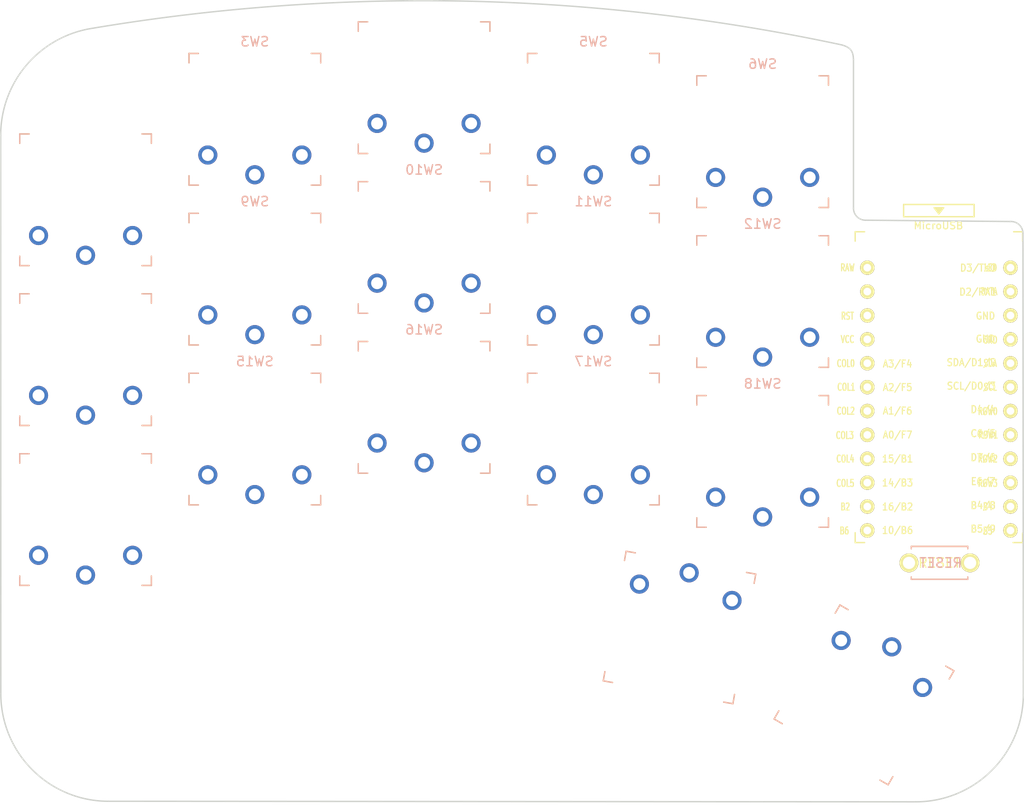
<source format=kicad_pcb>
(kicad_pcb (version 20171130) (host pcbnew 5.1.6)

  (general
    (thickness 1.6)
    (drawings 12)
    (tracks 0)
    (zones 0)
    (modules 19)
    (nets 23)
  )

  (page A4)
  (title_block
    (title "Cradio BLE")
    (date 2020-09-03)
    (rev 1.0)
    (company broomlabs)
  )

  (layers
    (0 F.Cu signal)
    (31 B.Cu signal)
    (32 B.Adhes user)
    (33 F.Adhes user)
    (34 B.Paste user hide)
    (35 F.Paste user)
    (36 B.SilkS user)
    (37 F.SilkS user)
    (38 B.Mask user)
    (39 F.Mask user)
    (40 Dwgs.User user)
    (41 Cmts.User user)
    (42 Eco1.User user)
    (43 Eco2.User user)
    (44 Edge.Cuts user)
    (45 Margin user)
    (46 B.CrtYd user)
    (47 F.CrtYd user)
    (48 B.Fab user hide)
    (49 F.Fab user)
  )

  (setup
    (last_trace_width 0.25)
    (user_trace_width 0.5)
    (trace_clearance 0.2)
    (zone_clearance 0.508)
    (zone_45_only no)
    (trace_min 0.2)
    (via_size 0.6)
    (via_drill 0.4)
    (via_min_size 0.4)
    (via_min_drill 0.3)
    (uvia_size 0.3)
    (uvia_drill 0.1)
    (uvias_allowed no)
    (uvia_min_size 0.2)
    (uvia_min_drill 0.1)
    (edge_width 0.15)
    (segment_width 0.15)
    (pcb_text_width 0.3)
    (pcb_text_size 1.5 1.5)
    (mod_edge_width 0.15)
    (mod_text_size 1 1)
    (mod_text_width 0.15)
    (pad_size 2.032 2.032)
    (pad_drill 1.27)
    (pad_to_mask_clearance 0.2)
    (aux_axis_origin 145.73 12.66)
    (visible_elements FFFFEFFF)
    (pcbplotparams
      (layerselection 0x010cc_ffffffff)
      (usegerberextensions true)
      (usegerberattributes false)
      (usegerberadvancedattributes false)
      (creategerberjobfile false)
      (excludeedgelayer true)
      (linewidth 0.150000)
      (plotframeref false)
      (viasonmask false)
      (mode 1)
      (useauxorigin false)
      (hpglpennumber 1)
      (hpglpenspeed 20)
      (hpglpendiameter 15.000000)
      (psnegative false)
      (psa4output false)
      (plotreference true)
      (plotvalue true)
      (plotinvisibletext false)
      (padsonsilk false)
      (subtractmaskfromsilk false)
      (outputformat 1)
      (mirror false)
      (drillshape 0)
      (scaleselection 1)
      (outputdirectory "gerber/"))
  )

  (net 0 "")
  (net 1 row0)
  (net 2 row1)
  (net 3 row2)
  (net 4 row3)
  (net 5 "Net-(D20-Pad2)")
  (net 6 GND)
  (net 7 VCC)
  (net 8 col1)
  (net 9 col2)
  (net 10 col3)
  (net 11 col4)
  (net 12 col5)
  (net 13 LED)
  (net 14 data)
  (net 15 reset)
  (net 16 SCL)
  (net 17 SDA)
  (net 18 "Net-(U1-Pad14)")
  (net 19 "Net-(U1-Pad13)")
  (net 20 "Net-(U1-Pad12)")
  (net 21 "Net-(U1-Pad11)")
  (net 22 "Net-(U1-Pad24)")

  (net_class Default "これは標準のネット クラスです。"
    (clearance 0.2)
    (trace_width 0.25)
    (via_dia 0.6)
    (via_drill 0.4)
    (uvia_dia 0.3)
    (uvia_drill 0.1)
    (add_net GND)
    (add_net LED)
    (add_net "Net-(D20-Pad2)")
    (add_net "Net-(U1-Pad11)")
    (add_net "Net-(U1-Pad12)")
    (add_net "Net-(U1-Pad13)")
    (add_net "Net-(U1-Pad14)")
    (add_net "Net-(U1-Pad24)")
    (add_net SCL)
    (add_net SDA)
    (add_net VCC)
    (add_net col1)
    (add_net col2)
    (add_net col3)
    (add_net col4)
    (add_net col5)
    (add_net data)
    (add_net reset)
    (add_net row0)
    (add_net row1)
    (add_net row2)
    (add_net row3)
  )

  (module kbd:ProMicro_v3 (layer F.Cu) (tedit 5EAE9E67) (tstamp 5C238F3C)
    (at 134.74 58.8)
    (path /5A5E14C2)
    (fp_text reference U1 (at -0.1 -0.05 270) (layer F.SilkS) hide
      (effects (font (size 1 1) (thickness 0.15)))
    )
    (fp_text value ProMicro (at -0.45 -17) (layer F.Fab) hide
      (effects (font (size 1 1) (thickness 0.15)))
    )
    (fp_line (start 8.9 14.75) (end 7.89 14.75) (layer F.SilkS) (width 0.15))
    (fp_line (start -8.9 14.75) (end -7.9 14.75) (layer F.SilkS) (width 0.15))
    (fp_line (start 8.9 13.75) (end 8.9 14.75) (layer F.SilkS) (width 0.15))
    (fp_line (start -8.9 13.7) (end -8.9 14.75) (layer F.SilkS) (width 0.15))
    (fp_line (start 8.9 -18.3) (end 7.95 -18.3) (layer F.SilkS) (width 0.15))
    (fp_line (start -8.9 -18.3) (end -7.9 -18.3) (layer F.SilkS) (width 0.15))
    (fp_line (start 8.9 -18.3) (end 8.9 -17.3) (layer F.SilkS) (width 0.15))
    (fp_line (start -8.9 -18.3) (end -8.9 -17.3) (layer F.SilkS) (width 0.15))
    (fp_line (start -8.9 14.75) (end -8.9 -18.3) (layer F.Fab) (width 0.15))
    (fp_line (start 8.9 14.75) (end -8.9 14.75) (layer F.Fab) (width 0.15))
    (fp_line (start 8.9 -18.3) (end 8.9 14.75) (layer F.Fab) (width 0.15))
    (fp_line (start -8.9 -18.3) (end -3.75 -18.3) (layer F.Fab) (width 0.15))
    (fp_line (start -3.75 -19.6) (end 3.75 -19.6) (layer F.Fab) (width 0.15))
    (fp_line (start 3.75 -19.6) (end 3.75 -18.3) (layer F.Fab) (width 0.15))
    (fp_line (start -3.75 -19.6) (end -3.75 -18.299039) (layer F.Fab) (width 0.15))
    (fp_line (start -3.75 -18.3) (end 3.75 -18.3) (layer F.Fab) (width 0.15))
    (fp_line (start 3.76 -18.3) (end 8.9 -18.3) (layer F.Fab) (width 0.15))
    (fp_line (start -3.75 -21.2) (end -3.75 -19.9) (layer F.SilkS) (width 0.15))
    (fp_line (start -3.75 -19.9) (end 3.75 -19.9) (layer F.SilkS) (width 0.15))
    (fp_line (start 3.75 -19.9) (end 3.75 -21.2) (layer F.SilkS) (width 0.15))
    (fp_line (start 3.75 -21.2) (end -3.75 -21.2) (layer F.SilkS) (width 0.15))
    (fp_line (start -0.5 -20.85) (end 0.5 -20.85) (layer F.SilkS) (width 0.15))
    (fp_line (start 0.5 -20.85) (end 0 -20.2) (layer F.SilkS) (width 0.15))
    (fp_line (start 0 -20.2) (end -0.5 -20.85) (layer F.SilkS) (width 0.15))
    (fp_line (start -0.35 -20.7) (end 0.35 -20.7) (layer F.SilkS) (width 0.15))
    (fp_line (start -0.25 -20.55) (end 0.25 -20.55) (layer F.SilkS) (width 0.15))
    (fp_line (start -0.15 -20.4) (end 0.15 -20.4) (layer F.SilkS) (width 0.15))
    (fp_text user "" (at -1.2065 -16.256) (layer B.SilkS)
      (effects (font (size 1 1) (thickness 0.15)) (justify mirror))
    )
    (fp_text user "" (at -0.545 -17.4) (layer F.SilkS)
      (effects (font (size 1 1) (thickness 0.15)))
    )
    (fp_text user RAW (at -9.7155 -14.478 unlocked) (layer F.SilkS)
      (effects (font (size 0.75 0.5) (thickness 0.125)))
    )
    (fp_text user GND (at 5.461 -6.7945 unlocked) (layer F.SilkS)
      (effects (font (size 0.75 0.5) (thickness 0.125)))
    )
    (fp_text user RST (at -9.7155 -9.3345 unlocked) (layer F.SilkS)
      (effects (font (size 0.75 0.5) (thickness 0.125)))
    )
    (fp_text user VCC (at -9.7155 -6.858 unlocked) (layer F.SilkS)
      (effects (font (size 0.75 0.5) (thickness 0.125)))
    )
    (fp_text user A3/F4 (at -4.395 -4.25 unlocked) (layer F.SilkS)
      (effects (font (size 0.75 0.67) (thickness 0.125)))
    )
    (fp_text user A2/F5 (at -4.395 -1.75 unlocked) (layer F.SilkS)
      (effects (font (size 0.75 0.67) (thickness 0.125)))
    )
    (fp_text user A1/F6 (at -4.395 0.75 unlocked) (layer F.SilkS)
      (effects (font (size 0.75 0.67) (thickness 0.125)))
    )
    (fp_text user A0/F7 (at -4.395 3.3 unlocked) (layer F.SilkS)
      (effects (font (size 0.75 0.67) (thickness 0.125)))
    )
    (fp_text user 15/B1 (at -4.395 5.85 unlocked) (layer F.SilkS)
      (effects (font (size 0.75 0.67) (thickness 0.125)))
    )
    (fp_text user 14/B3 (at -4.395 8.4 unlocked) (layer F.SilkS)
      (effects (font (size 0.75 0.67) (thickness 0.125)))
    )
    (fp_text user 10/B6 (at -4.395 13.45 unlocked) (layer F.SilkS)
      (effects (font (size 0.75 0.67) (thickness 0.125)))
    )
    (fp_text user 16/B2 (at -4.395 10.95 unlocked) (layer F.SilkS)
      (effects (font (size 0.75 0.67) (thickness 0.125)))
    )
    (fp_text user E6/7 (at 4.705 8.25 unlocked) (layer F.SilkS)
      (effects (font (size 0.75 0.67) (thickness 0.125)))
    )
    (fp_text user D7/6 (at 4.705 5.7 unlocked) (layer F.SilkS)
      (effects (font (size 0.75 0.67) (thickness 0.125)))
    )
    (fp_text user GND (at 4.955 -9.35 unlocked) (layer F.SilkS)
      (effects (font (size 0.75 0.67) (thickness 0.125)))
    )
    (fp_text user GND (at 4.955 -6.9 unlocked) (layer F.SilkS)
      (effects (font (size 0.75 0.67) (thickness 0.125)))
    )
    (fp_text user D3/TX0 (at 4.155 -14.45 unlocked) (layer F.SilkS)
      (effects (font (size 0.75 0.67) (thickness 0.125)))
    )
    (fp_text user D4/4 (at 4.705 0.6 unlocked) (layer F.SilkS)
      (effects (font (size 0.75 0.67) (thickness 0.125)))
    )
    (fp_text user SDA/D1/2 (at 3.455 -4.4 unlocked) (layer F.SilkS)
      (effects (font (size 0.75 0.67) (thickness 0.125)))
    )
    (fp_text user SCL/D0/3 (at 3.455 -1.9 unlocked) (layer F.SilkS)
      (effects (font (size 0.75 0.67) (thickness 0.125)))
    )
    (fp_text user C6/5 (at 4.705 3.15 unlocked) (layer F.SilkS)
      (effects (font (size 0.75 0.67) (thickness 0.125)))
    )
    (fp_text user B5/9 (at 4.705 13.3 unlocked) (layer F.SilkS)
      (effects (font (size 0.75 0.67) (thickness 0.125)))
    )
    (fp_text user D2/RX1 (at 4.155 -11.9 unlocked) (layer F.SilkS)
      (effects (font (size 0.75 0.67) (thickness 0.125)))
    )
    (fp_text user B4/8 (at 4.705 10.8 unlocked) (layer F.SilkS)
      (effects (font (size 0.75 0.67) (thickness 0.125)))
    )
    (fp_text user MicroUSB (at -0.05 -18.95) (layer F.SilkS)
      (effects (font (size 0.75 0.75) (thickness 0.12)))
    )
    (fp_text user LED (at 5.5 -14.478) (layer F.SilkS)
      (effects (font (size 0.75 0.5) (thickness 0.125)))
    )
    (fp_text user DATA (at 5.35 -11.95) (layer F.SilkS)
      (effects (font (size 0.75 0.5) (thickness 0.125)))
    )
    (fp_text user COL3 (at -10 3.35) (layer F.SilkS)
      (effects (font (size 0.75 0.5) (thickness 0.125)))
    )
    (fp_text user ROW0 (at 5.2 0.8) (layer F.SilkS)
      (effects (font (size 0.75 0.5) (thickness 0.125)))
    )
    (fp_text user COL2 (at -9.9 0.762) (layer F.SilkS)
      (effects (font (size 0.75 0.5) (thickness 0.125)))
    )
    (fp_text user SCL (at 5.461 -1.778) (layer F.SilkS)
      (effects (font (size 0.75 0.5) (thickness 0.125)))
    )
    (fp_text user COL1 (at -9.85 -1.778) (layer F.SilkS)
      (effects (font (size 0.75 0.5) (thickness 0.125)))
    )
    (fp_text user SDA (at 5.461 -4.318) (layer F.SilkS)
      (effects (font (size 0.75 0.5) (thickness 0.125)))
    )
    (fp_text user COL0 (at -9.9 -4.3) (layer F.SilkS)
      (effects (font (size 0.75 0.5) (thickness 0.125)))
    )
    (fp_text user B6 (at -10.05 13.5) (layer F.SilkS)
      (effects (font (size 0.75 0.5) (thickness 0.125)))
    )
    (fp_text user B5 (at 5.2 13.5255) (layer F.SilkS)
      (effects (font (size 0.75 0.5) (thickness 0.125)))
    )
    (fp_text user B4 (at 5.2 10.922) (layer F.SilkS)
      (effects (font (size 0.75 0.5) (thickness 0.125)))
    )
    (fp_text user B2 (at -9.95 10.95) (layer F.SilkS)
      (effects (font (size 0.75 0.5) (thickness 0.125)))
    )
    (fp_text user ROW3 (at 5.2 8.4455) (layer F.SilkS)
      (effects (font (size 0.75 0.5) (thickness 0.125)))
    )
    (fp_text user COL5 (at -9.95 8.4455) (layer F.SilkS)
      (effects (font (size 0.75 0.5) (thickness 0.125)))
    )
    (fp_text user ROW2 (at 5.2 5.85) (layer F.SilkS)
      (effects (font (size 0.75 0.5) (thickness 0.125)))
    )
    (fp_text user COL4 (at -9.95 5.85) (layer F.SilkS)
      (effects (font (size 0.75 0.5) (thickness 0.125)))
    )
    (fp_text user ROW1 (at 5.25 3.302) (layer F.SilkS)
      (effects (font (size 0.75 0.5) (thickness 0.125)))
    )
    (pad 24 thru_hole circle (at -7.6086 -14.478) (size 1.524 1.524) (drill 0.8128) (layers *.Cu *.Mask F.SilkS)
      (net 22 "Net-(U1-Pad24)"))
    (pad 23 thru_hole circle (at -7.6086 -11.938) (size 1.524 1.524) (drill 0.8128) (layers *.Cu *.Mask F.SilkS)
      (net 6 GND))
    (pad 22 thru_hole circle (at -7.6086 -9.398) (size 1.524 1.524) (drill 0.8128) (layers *.Cu *.Mask F.SilkS)
      (net 15 reset))
    (pad 21 thru_hole circle (at -7.6086 -6.858) (size 1.524 1.524) (drill 0.8128) (layers *.Cu *.Mask F.SilkS)
      (net 7 VCC))
    (pad 20 thru_hole circle (at -7.6086 -4.318) (size 1.524 1.524) (drill 0.8128) (layers *.Cu *.Mask F.SilkS)
      (net 5 "Net-(D20-Pad2)"))
    (pad 19 thru_hole circle (at -7.6086 -1.778) (size 1.524 1.524) (drill 0.8128) (layers *.Cu *.Mask F.SilkS)
      (net 8 col1))
    (pad 18 thru_hole circle (at -7.6086 0.762) (size 1.524 1.524) (drill 0.8128) (layers *.Cu *.Mask F.SilkS)
      (net 9 col2))
    (pad 17 thru_hole circle (at -7.6086 3.302) (size 1.524 1.524) (drill 0.8128) (layers *.Cu *.Mask F.SilkS)
      (net 10 col3))
    (pad 16 thru_hole circle (at -7.6086 5.842) (size 1.524 1.524) (drill 0.8128) (layers *.Cu *.Mask F.SilkS)
      (net 11 col4))
    (pad 15 thru_hole circle (at -7.6086 8.382) (size 1.524 1.524) (drill 0.8128) (layers *.Cu *.Mask F.SilkS)
      (net 12 col5))
    (pad 14 thru_hole circle (at -7.6086 10.922) (size 1.524 1.524) (drill 0.8128) (layers *.Cu *.Mask F.SilkS)
      (net 18 "Net-(U1-Pad14)"))
    (pad 13 thru_hole circle (at -7.6086 13.462) (size 1.524 1.524) (drill 0.8128) (layers *.Cu *.Mask F.SilkS)
      (net 19 "Net-(U1-Pad13)"))
    (pad 12 thru_hole circle (at 7.6114 13.462) (size 1.524 1.524) (drill 0.8128) (layers *.Cu *.Mask F.SilkS)
      (net 20 "Net-(U1-Pad12)"))
    (pad 11 thru_hole circle (at 7.6114 10.922) (size 1.524 1.524) (drill 0.8128) (layers *.Cu *.Mask F.SilkS)
      (net 21 "Net-(U1-Pad11)"))
    (pad 10 thru_hole circle (at 7.6114 8.382) (size 1.524 1.524) (drill 0.8128) (layers *.Cu *.Mask F.SilkS)
      (net 4 row3))
    (pad 9 thru_hole circle (at 7.6114 5.842) (size 1.524 1.524) (drill 0.8128) (layers *.Cu *.Mask F.SilkS)
      (net 3 row2))
    (pad 8 thru_hole circle (at 7.6114 3.302) (size 1.524 1.524) (drill 0.8128) (layers *.Cu *.Mask F.SilkS)
      (net 2 row1))
    (pad 7 thru_hole circle (at 7.6114 0.762) (size 1.524 1.524) (drill 0.8128) (layers *.Cu *.Mask F.SilkS)
      (net 1 row0))
    (pad 6 thru_hole circle (at 7.6114 -1.778) (size 1.524 1.524) (drill 0.8128) (layers *.Cu *.Mask F.SilkS)
      (net 16 SCL))
    (pad 5 thru_hole circle (at 7.6114 -4.318) (size 1.524 1.524) (drill 0.8128) (layers *.Cu *.Mask F.SilkS)
      (net 17 SDA))
    (pad 4 thru_hole circle (at 7.6114 -6.858) (size 1.524 1.524) (drill 0.8128) (layers *.Cu *.Mask F.SilkS)
      (net 6 GND))
    (pad 3 thru_hole circle (at 7.6114 -9.398) (size 1.524 1.524) (drill 0.8128) (layers *.Cu *.Mask F.SilkS)
      (net 6 GND))
    (pad 2 thru_hole circle (at 7.6114 -11.938) (size 1.524 1.524) (drill 0.8128) (layers *.Cu *.Mask F.SilkS)
      (net 14 data))
    (pad 1 thru_hole circle (at 7.6114 -14.478) (size 1.524 1.524) (drill 0.8128) (layers *.Cu *.Mask F.SilkS)
      (net 13 LED))
  )

  (module chocs:SW_PG1350_reversible_b2 (layer B.Cu) (tedit 5EF324D0) (tstamp 5EBA60B1)
    (at 107.16 82.58 350)
    (descr "Kailh \"Choc\" PG1350 keyswitch, able to be mounted on front or back of PCB")
    (tags kailh,choc)
    (path /5A5E37A4)
    (fp_text reference SW20 (at 4.600001 -6 170) (layer Dwgs.User) hide
      (effects (font (size 1 1) (thickness 0.15)))
    )
    (fp_text value SW_PUSH (at -0.5 -6 170) (layer Dwgs.User) hide
      (effects (font (size 1 1) (thickness 0.15)))
    )
    (fp_line (start 6 7) (end 7 7) (layer B.SilkS) (width 0.15))
    (fp_line (start 7 7) (end 7 6) (layer B.SilkS) (width 0.15))
    (fp_line (start 7 -6) (end 7 -7) (layer B.SilkS) (width 0.15))
    (fp_line (start 7 -7) (end 6 -7) (layer B.SilkS) (width 0.15))
    (fp_line (start -6 -7) (end -7 -7) (layer B.SilkS) (width 0.15))
    (fp_line (start -7 -7) (end -7 -6) (layer B.SilkS) (width 0.15))
    (fp_line (start -7 6) (end -7 7) (layer B.SilkS) (width 0.15))
    (fp_line (start -7 7) (end -6 7) (layer B.SilkS) (width 0.15))
    (fp_line (start -2.6 3.1) (end 2.6 3.1) (layer Eco2.User) (width 0.15))
    (fp_line (start 2.6 3.1) (end 2.6 6.3) (layer Eco2.User) (width 0.15))
    (fp_line (start 2.6 6.3) (end -2.6 6.3) (layer Eco2.User) (width 0.15))
    (fp_line (start -2.6 3.1) (end -2.6 6.3) (layer Eco2.User) (width 0.15))
    (fp_line (start -7 6) (end -7 7) (layer F.SilkS) (width 0.15))
    (fp_line (start -7 7) (end -6 7) (layer F.SilkS) (width 0.15))
    (fp_line (start -6 -7) (end -7 -7) (layer F.SilkS) (width 0.15))
    (fp_line (start -7 -7) (end -7 -6) (layer F.SilkS) (width 0.15))
    (fp_line (start 7 -6) (end 7 -7) (layer F.SilkS) (width 0.15))
    (fp_line (start 7 -7) (end 6 -7) (layer F.SilkS) (width 0.15))
    (fp_line (start 6 7) (end 7 7) (layer F.SilkS) (width 0.15))
    (fp_line (start 7 7) (end 7 6) (layer F.SilkS) (width 0.15))
    (fp_line (start -6.9 -6.9) (end 6.9 -6.9) (layer Eco2.User) (width 0.15))
    (fp_line (start 6.9 6.9) (end -6.9 6.9) (layer Eco2.User) (width 0.15))
    (fp_line (start 6.9 6.9) (end 6.9 -6.9) (layer Eco2.User) (width 0.15))
    (fp_line (start -6.9 -6.9) (end -6.9 6.9) (layer Eco2.User) (width 0.15))
    (fp_line (start -7.5 7.5) (end 7.5 7.5) (layer F.Fab) (width 0.15))
    (fp_line (start 7.5 7.5) (end 7.5 -7.5) (layer F.Fab) (width 0.15))
    (fp_line (start 7.5 -7.5) (end -7.5 -7.5) (layer F.Fab) (width 0.15))
    (fp_line (start -7.5 -7.5) (end -7.5 7.5) (layer F.Fab) (width 0.15))
    (fp_line (start -7.5 7.5) (end 7.5 7.5) (layer B.Fab) (width 0.15))
    (fp_line (start 7.5 -7.5) (end -7.5 -7.5) (layer B.Fab) (width 0.15))
    (fp_line (start 7.5 7.5) (end 7.5 -7.5) (layer B.Fab) (width 0.15))
    (fp_line (start -7.5 -7.5) (end -7.5 7.5) (layer B.Fab) (width 0.15))
    (fp_line (start -9 -8.5) (end -9 8.5) (layer Eco1.User) (width 0.12))
    (fp_line (start -9 8.5) (end 9 8.5) (layer Eco1.User) (width 0.12))
    (fp_line (start 9 -8.5) (end 9 8.5) (layer Eco1.User) (width 0.12))
    (fp_line (start -9 -8.5) (end 9 -8.5) (layer Eco1.User) (width 0.12))
    (fp_text user %R (at 0 0 170) (layer B.Fab)
      (effects (font (size 1 1) (thickness 0.15)) (justify mirror))
    )
    (fp_text user %V (at 0 -8.255 170) (layer F.Fab)
      (effects (font (size 1 1) (thickness 0.15)))
    )
    (fp_text user %R (at 0 0 170) (layer B.Fab)
      (effects (font (size 1 1) (thickness 0.15)) (justify mirror))
    )
    (fp_text user %R (at 0 0 170) (layer B.Fab)
      (effects (font (size 1 1) (thickness 0.15)) (justify mirror))
    )
    (pad "" np_thru_hole circle (at -5.22 4.2 350) (size 0.9906 0.9906) (drill 0.9906) (layers *.Cu *.Mask))
    (pad 2 thru_hole circle (at 5 -3.8 350) (size 2.032 2.032) (drill 1.27) (layers *.Cu *.Mask)
      (net 6 GND))
    (pad "" np_thru_hole circle (at 0 0 350) (size 3.429 3.429) (drill 3.429) (layers *.Cu *.Mask))
    (pad 2 thru_hole circle (at -5 -3.8 350) (size 2.032 2.032) (drill 1.27) (layers *.Cu *.Mask)
      (net 6 GND))
    (pad 1 thru_hole circle (at 0 -5.9 350) (size 2.032 2.032) (drill 1.27) (layers *.Cu *.Mask)
      (net 21 "Net-(U1-Pad11)"))
    (pad "" np_thru_hole circle (at 5.22 4.2 350) (size 0.9906 0.9906) (drill 0.9906) (layers *.Cu *.Mask))
    (pad "" np_thru_hole circle (at 5.5 0 350) (size 1.7018 1.7018) (drill 1.7018) (layers *.Cu *.Mask))
    (pad "" np_thru_hole circle (at -5.5 0 350) (size 1.7018 1.7018) (drill 1.7018) (layers *.Cu *.Mask))
  )

  (module chocs:SW_PG1350_reversible_b2 (layer F.Cu) (tedit 5EF324D0) (tstamp 5C23880A)
    (at 116 64.92)
    (descr "Kailh \"Choc\" PG1350 keyswitch, able to be mounted on front or back of PCB")
    (tags kailh,choc)
    (path /5A5E35D5)
    (fp_text reference SW18 (at 4.6 6 180) (layer Dwgs.User) hide
      (effects (font (size 1 1) (thickness 0.15)))
    )
    (fp_text value SW_PUSH (at -0.5 6 180) (layer Dwgs.User) hide
      (effects (font (size 1 1) (thickness 0.15)))
    )
    (fp_line (start 6 -7) (end 7 -7) (layer F.SilkS) (width 0.15))
    (fp_line (start 7 -7) (end 7 -6) (layer F.SilkS) (width 0.15))
    (fp_line (start 7 6) (end 7 7) (layer F.SilkS) (width 0.15))
    (fp_line (start 7 7) (end 6 7) (layer F.SilkS) (width 0.15))
    (fp_line (start -6 7) (end -7 7) (layer F.SilkS) (width 0.15))
    (fp_line (start -7 7) (end -7 6) (layer F.SilkS) (width 0.15))
    (fp_line (start -7 -6) (end -7 -7) (layer F.SilkS) (width 0.15))
    (fp_line (start -7 -7) (end -6 -7) (layer F.SilkS) (width 0.15))
    (fp_line (start -2.6 -3.1) (end 2.6 -3.1) (layer Eco2.User) (width 0.15))
    (fp_line (start 2.6 -3.1) (end 2.6 -6.3) (layer Eco2.User) (width 0.15))
    (fp_line (start 2.6 -6.3) (end -2.6 -6.3) (layer Eco2.User) (width 0.15))
    (fp_line (start -2.6 -3.1) (end -2.6 -6.3) (layer Eco2.User) (width 0.15))
    (fp_line (start -7 -6) (end -7 -7) (layer B.SilkS) (width 0.15))
    (fp_line (start -7 -7) (end -6 -7) (layer B.SilkS) (width 0.15))
    (fp_line (start -6 7) (end -7 7) (layer B.SilkS) (width 0.15))
    (fp_line (start -7 7) (end -7 6) (layer B.SilkS) (width 0.15))
    (fp_line (start 7 6) (end 7 7) (layer B.SilkS) (width 0.15))
    (fp_line (start 7 7) (end 6 7) (layer B.SilkS) (width 0.15))
    (fp_line (start 6 -7) (end 7 -7) (layer B.SilkS) (width 0.15))
    (fp_line (start 7 -7) (end 7 -6) (layer B.SilkS) (width 0.15))
    (fp_line (start -6.9 6.9) (end 6.9 6.9) (layer Eco2.User) (width 0.15))
    (fp_line (start 6.9 -6.9) (end -6.9 -6.9) (layer Eco2.User) (width 0.15))
    (fp_line (start 6.9 -6.9) (end 6.9 6.9) (layer Eco2.User) (width 0.15))
    (fp_line (start -6.9 6.9) (end -6.9 -6.9) (layer Eco2.User) (width 0.15))
    (fp_line (start -7.5 -7.5) (end 7.5 -7.5) (layer B.Fab) (width 0.15))
    (fp_line (start 7.5 -7.5) (end 7.5 7.5) (layer B.Fab) (width 0.15))
    (fp_line (start 7.5 7.5) (end -7.5 7.5) (layer B.Fab) (width 0.15))
    (fp_line (start -7.5 7.5) (end -7.5 -7.5) (layer B.Fab) (width 0.15))
    (fp_line (start -7.5 -7.5) (end 7.5 -7.5) (layer F.Fab) (width 0.15))
    (fp_line (start 7.5 7.5) (end -7.5 7.5) (layer F.Fab) (width 0.15))
    (fp_line (start 7.5 -7.5) (end 7.5 7.5) (layer F.Fab) (width 0.15))
    (fp_line (start -7.5 7.5) (end -7.5 -7.5) (layer F.Fab) (width 0.15))
    (fp_line (start -9 8.5) (end -9 -8.5) (layer Eco1.User) (width 0.12))
    (fp_line (start -9 -8.5) (end 9 -8.5) (layer Eco1.User) (width 0.12))
    (fp_line (start 9 8.5) (end 9 -8.5) (layer Eco1.User) (width 0.12))
    (fp_line (start -9 8.5) (end 9 8.5) (layer Eco1.User) (width 0.12))
    (fp_text user %R (at 0 -8.255) (layer B.SilkS)
      (effects (font (size 1 1) (thickness 0.15)) (justify mirror))
    )
    (fp_text user %V (at 0 8.255) (layer B.Fab)
      (effects (font (size 1 1) (thickness 0.15)) (justify mirror))
    )
    (fp_text user %R (at 0 0) (layer F.Fab)
      (effects (font (size 1 1) (thickness 0.15)))
    )
    (fp_text user %R (at 0 0) (layer F.Fab)
      (effects (font (size 1 1) (thickness 0.15)))
    )
    (pad "" np_thru_hole circle (at -5.22 -4.2) (size 0.9906 0.9906) (drill 0.9906) (layers *.Cu *.Mask))
    (pad 2 thru_hole circle (at 5 3.8) (size 2.032 2.032) (drill 1.27) (layers *.Cu *.Mask)
      (net 6 GND))
    (pad "" np_thru_hole circle (at 0 0) (size 3.429 3.429) (drill 3.429) (layers *.Cu *.Mask))
    (pad 2 thru_hole circle (at -5 3.8) (size 2.032 2.032) (drill 1.27) (layers *.Cu *.Mask)
      (net 6 GND))
    (pad 1 thru_hole circle (at 0 5.9) (size 2.032 2.032) (drill 1.27) (layers *.Cu *.Mask)
      (net 3 row2))
    (pad "" np_thru_hole circle (at 5.22 -4.2) (size 0.9906 0.9906) (drill 0.9906) (layers *.Cu *.Mask))
    (pad "" np_thru_hole circle (at 5.5 0) (size 1.7018 1.7018) (drill 1.7018) (layers *.Cu *.Mask))
    (pad "" np_thru_hole circle (at -5.5 0) (size 1.7018 1.7018) (drill 1.7018) (layers *.Cu *.Mask))
  )

  (module chocs:SW_PG1350_reversible_b2 (layer B.Cu) (tedit 5EF324D0) (tstamp 5EBA613E)
    (at 126.78 89.75 330)
    (descr "Kailh \"Choc\" PG1350 keyswitch, able to be mounted on front or back of PCB")
    (tags kailh,choc)
    (path /5A5E37B0)
    (fp_text reference SW21 (at 4.6 -6 330) (layer Dwgs.User) hide
      (effects (font (size 1 1) (thickness 0.15)))
    )
    (fp_text value SW_PUSH (at -0.5 -6 330) (layer Dwgs.User) hide
      (effects (font (size 1 1) (thickness 0.15)))
    )
    (fp_line (start 6 7) (end 7 7) (layer B.SilkS) (width 0.15))
    (fp_line (start 7 7) (end 7 6) (layer B.SilkS) (width 0.15))
    (fp_line (start 7 -6) (end 7 -7) (layer B.SilkS) (width 0.15))
    (fp_line (start 7 -7) (end 6 -7) (layer B.SilkS) (width 0.15))
    (fp_line (start -6 -7) (end -7 -7) (layer B.SilkS) (width 0.15))
    (fp_line (start -7 -7) (end -7 -6) (layer B.SilkS) (width 0.15))
    (fp_line (start -7 6) (end -7 7) (layer B.SilkS) (width 0.15))
    (fp_line (start -7 7) (end -6 7) (layer B.SilkS) (width 0.15))
    (fp_line (start -2.6 3.1) (end 2.6 3.1) (layer Eco2.User) (width 0.15))
    (fp_line (start 2.6 3.1) (end 2.6 6.3) (layer Eco2.User) (width 0.15))
    (fp_line (start 2.6 6.3) (end -2.6 6.3) (layer Eco2.User) (width 0.15))
    (fp_line (start -2.6 3.1) (end -2.6 6.3) (layer Eco2.User) (width 0.15))
    (fp_line (start -7 6) (end -7 7) (layer F.SilkS) (width 0.15))
    (fp_line (start -7 7) (end -6 7) (layer F.SilkS) (width 0.15))
    (fp_line (start -6 -7) (end -7 -7) (layer F.SilkS) (width 0.15))
    (fp_line (start -7 -7) (end -7 -6) (layer F.SilkS) (width 0.15))
    (fp_line (start 7 -6) (end 7 -7) (layer F.SilkS) (width 0.15))
    (fp_line (start 7 -7) (end 6 -7) (layer F.SilkS) (width 0.15))
    (fp_line (start 6 7) (end 7 7) (layer F.SilkS) (width 0.15))
    (fp_line (start 7 7) (end 7 6) (layer F.SilkS) (width 0.15))
    (fp_line (start -6.9 -6.9) (end 6.9 -6.9) (layer Eco2.User) (width 0.15))
    (fp_line (start 6.9 6.9) (end -6.9 6.9) (layer Eco2.User) (width 0.15))
    (fp_line (start 6.9 6.9) (end 6.9 -6.9) (layer Eco2.User) (width 0.15))
    (fp_line (start -6.9 -6.9) (end -6.9 6.9) (layer Eco2.User) (width 0.15))
    (fp_line (start -7.5 7.5) (end 7.5 7.5) (layer F.Fab) (width 0.15))
    (fp_line (start 7.5 7.5) (end 7.5 -7.5) (layer F.Fab) (width 0.15))
    (fp_line (start 7.5 -7.5) (end -7.5 -7.5) (layer F.Fab) (width 0.15))
    (fp_line (start -7.5 -7.5) (end -7.5 7.5) (layer F.Fab) (width 0.15))
    (fp_line (start -7.5 7.5) (end 7.5 7.5) (layer B.Fab) (width 0.15))
    (fp_line (start 7.5 -7.5) (end -7.5 -7.5) (layer B.Fab) (width 0.15))
    (fp_line (start 7.5 7.5) (end 7.5 -7.5) (layer B.Fab) (width 0.15))
    (fp_line (start -7.5 -7.5) (end -7.5 7.5) (layer B.Fab) (width 0.15))
    (fp_line (start -9 -8.5) (end -9 8.5) (layer Eco1.User) (width 0.12))
    (fp_line (start -9 8.5) (end 9 8.5) (layer Eco1.User) (width 0.12))
    (fp_line (start 9 -8.5) (end 9 8.5) (layer Eco1.User) (width 0.12))
    (fp_line (start -9 -8.5) (end 9 -8.5) (layer Eco1.User) (width 0.12))
    (fp_text user %V (at 0 -8.255 150) (layer F.Fab)
      (effects (font (size 1 1) (thickness 0.15)))
    )
    (fp_text user %R (at 0 0 150) (layer B.Fab)
      (effects (font (size 1 1) (thickness 0.15)) (justify mirror))
    )
    (fp_text user %R (at 0 0 150) (layer B.Fab)
      (effects (font (size 1 1) (thickness 0.15)) (justify mirror))
    )
    (pad "" np_thru_hole circle (at -5.22 4.2 330) (size 0.9906 0.9906) (drill 0.9906) (layers *.Cu *.Mask))
    (pad 2 thru_hole circle (at 5 -3.8 330) (size 2.032 2.032) (drill 1.27) (layers *.Cu *.Mask)
      (net 6 GND))
    (pad "" np_thru_hole circle (at 0 0 330) (size 3.429 3.429) (drill 3.429) (layers *.Cu *.Mask))
    (pad 2 thru_hole circle (at -5 -3.8 330) (size 2.032 2.032) (drill 1.27) (layers *.Cu *.Mask)
      (net 6 GND))
    (pad 1 thru_hole circle (at 0 -5.9 330) (size 2.032 2.032) (drill 1.27) (layers *.Cu *.Mask)
      (net 20 "Net-(U1-Pad12)"))
    (pad "" np_thru_hole circle (at 5.22 4.2 330) (size 0.9906 0.9906) (drill 0.9906) (layers *.Cu *.Mask))
    (pad "" np_thru_hole circle (at 5.5 0 330) (size 1.7018 1.7018) (drill 1.7018) (layers *.Cu *.Mask))
    (pad "" np_thru_hole circle (at -5.5 0 330) (size 1.7018 1.7018) (drill 1.7018) (layers *.Cu *.Mask))
  )

  (module chocs:SW_PG1350_reversible_b2 (layer F.Cu) (tedit 5EF324D0) (tstamp 5C2387F4)
    (at 98 62.545)
    (descr "Kailh \"Choc\" PG1350 keyswitch, able to be mounted on front or back of PCB")
    (tags kailh,choc)
    (path /5A5E35CF)
    (fp_text reference SW17 (at 4.6 6 180) (layer Dwgs.User) hide
      (effects (font (size 1 1) (thickness 0.15)))
    )
    (fp_text value SW_PUSH (at -0.5 6 180) (layer Dwgs.User) hide
      (effects (font (size 1 1) (thickness 0.15)))
    )
    (fp_line (start 6 -7) (end 7 -7) (layer F.SilkS) (width 0.15))
    (fp_line (start 7 -7) (end 7 -6) (layer F.SilkS) (width 0.15))
    (fp_line (start 7 6) (end 7 7) (layer F.SilkS) (width 0.15))
    (fp_line (start 7 7) (end 6 7) (layer F.SilkS) (width 0.15))
    (fp_line (start -6 7) (end -7 7) (layer F.SilkS) (width 0.15))
    (fp_line (start -7 7) (end -7 6) (layer F.SilkS) (width 0.15))
    (fp_line (start -7 -6) (end -7 -7) (layer F.SilkS) (width 0.15))
    (fp_line (start -7 -7) (end -6 -7) (layer F.SilkS) (width 0.15))
    (fp_line (start -2.6 -3.1) (end 2.6 -3.1) (layer Eco2.User) (width 0.15))
    (fp_line (start 2.6 -3.1) (end 2.6 -6.3) (layer Eco2.User) (width 0.15))
    (fp_line (start 2.6 -6.3) (end -2.6 -6.3) (layer Eco2.User) (width 0.15))
    (fp_line (start -2.6 -3.1) (end -2.6 -6.3) (layer Eco2.User) (width 0.15))
    (fp_line (start -7 -6) (end -7 -7) (layer B.SilkS) (width 0.15))
    (fp_line (start -7 -7) (end -6 -7) (layer B.SilkS) (width 0.15))
    (fp_line (start -6 7) (end -7 7) (layer B.SilkS) (width 0.15))
    (fp_line (start -7 7) (end -7 6) (layer B.SilkS) (width 0.15))
    (fp_line (start 7 6) (end 7 7) (layer B.SilkS) (width 0.15))
    (fp_line (start 7 7) (end 6 7) (layer B.SilkS) (width 0.15))
    (fp_line (start 6 -7) (end 7 -7) (layer B.SilkS) (width 0.15))
    (fp_line (start 7 -7) (end 7 -6) (layer B.SilkS) (width 0.15))
    (fp_line (start -6.9 6.9) (end 6.9 6.9) (layer Eco2.User) (width 0.15))
    (fp_line (start 6.9 -6.9) (end -6.9 -6.9) (layer Eco2.User) (width 0.15))
    (fp_line (start 6.9 -6.9) (end 6.9 6.9) (layer Eco2.User) (width 0.15))
    (fp_line (start -6.9 6.9) (end -6.9 -6.9) (layer Eco2.User) (width 0.15))
    (fp_line (start -7.5 -7.5) (end 7.5 -7.5) (layer B.Fab) (width 0.15))
    (fp_line (start 7.5 -7.5) (end 7.5 7.5) (layer B.Fab) (width 0.15))
    (fp_line (start 7.5 7.5) (end -7.5 7.5) (layer B.Fab) (width 0.15))
    (fp_line (start -7.5 7.5) (end -7.5 -7.5) (layer B.Fab) (width 0.15))
    (fp_line (start -7.5 -7.5) (end 7.5 -7.5) (layer F.Fab) (width 0.15))
    (fp_line (start 7.5 7.5) (end -7.5 7.5) (layer F.Fab) (width 0.15))
    (fp_line (start 7.5 -7.5) (end 7.5 7.5) (layer F.Fab) (width 0.15))
    (fp_line (start -7.5 7.5) (end -7.5 -7.5) (layer F.Fab) (width 0.15))
    (fp_line (start -9 8.5) (end -9 -8.5) (layer Eco1.User) (width 0.12))
    (fp_line (start -9 -8.5) (end 9 -8.5) (layer Eco1.User) (width 0.12))
    (fp_line (start 9 8.5) (end 9 -8.5) (layer Eco1.User) (width 0.12))
    (fp_line (start -9 8.5) (end 9 8.5) (layer Eco1.User) (width 0.12))
    (fp_text user %R (at 0 -8.255) (layer B.SilkS)
      (effects (font (size 1 1) (thickness 0.15)) (justify mirror))
    )
    (fp_text user %V (at 0 8.255) (layer B.Fab)
      (effects (font (size 1 1) (thickness 0.15)) (justify mirror))
    )
    (fp_text user %R (at 0 0) (layer F.Fab)
      (effects (font (size 1 1) (thickness 0.15)))
    )
    (fp_text user %R (at 0 0) (layer F.Fab)
      (effects (font (size 1 1) (thickness 0.15)))
    )
    (pad "" np_thru_hole circle (at -5.22 -4.2) (size 0.9906 0.9906) (drill 0.9906) (layers *.Cu *.Mask))
    (pad 2 thru_hole circle (at 5 3.8) (size 2.032 2.032) (drill 1.27) (layers *.Cu *.Mask)
      (net 6 GND))
    (pad "" np_thru_hole circle (at 0 0) (size 3.429 3.429) (drill 3.429) (layers *.Cu *.Mask))
    (pad 2 thru_hole circle (at -5 3.8) (size 2.032 2.032) (drill 1.27) (layers *.Cu *.Mask)
      (net 6 GND))
    (pad 1 thru_hole circle (at 0 5.9) (size 2.032 2.032) (drill 1.27) (layers *.Cu *.Mask)
      (net 2 row1))
    (pad "" np_thru_hole circle (at 5.22 -4.2) (size 0.9906 0.9906) (drill 0.9906) (layers *.Cu *.Mask))
    (pad "" np_thru_hole circle (at 5.5 0) (size 1.7018 1.7018) (drill 1.7018) (layers *.Cu *.Mask))
    (pad "" np_thru_hole circle (at -5.5 0) (size 1.7018 1.7018) (drill 1.7018) (layers *.Cu *.Mask))
  )

  (module chocs:SW_PG1350_reversible_b2 (layer F.Cu) (tedit 5EF324D0) (tstamp 5C2387DE)
    (at 80 59.17)
    (descr "Kailh \"Choc\" PG1350 keyswitch, able to be mounted on front or back of PCB")
    (tags kailh,choc)
    (path /5A5E35C9)
    (fp_text reference SW16 (at 4.6 6 180) (layer Dwgs.User) hide
      (effects (font (size 1 1) (thickness 0.15)))
    )
    (fp_text value SW_PUSH (at -0.5 6 180) (layer Dwgs.User) hide
      (effects (font (size 1 1) (thickness 0.15)))
    )
    (fp_line (start 6 -7) (end 7 -7) (layer F.SilkS) (width 0.15))
    (fp_line (start 7 -7) (end 7 -6) (layer F.SilkS) (width 0.15))
    (fp_line (start 7 6) (end 7 7) (layer F.SilkS) (width 0.15))
    (fp_line (start 7 7) (end 6 7) (layer F.SilkS) (width 0.15))
    (fp_line (start -6 7) (end -7 7) (layer F.SilkS) (width 0.15))
    (fp_line (start -7 7) (end -7 6) (layer F.SilkS) (width 0.15))
    (fp_line (start -7 -6) (end -7 -7) (layer F.SilkS) (width 0.15))
    (fp_line (start -7 -7) (end -6 -7) (layer F.SilkS) (width 0.15))
    (fp_line (start -2.6 -3.1) (end 2.6 -3.1) (layer Eco2.User) (width 0.15))
    (fp_line (start 2.6 -3.1) (end 2.6 -6.3) (layer Eco2.User) (width 0.15))
    (fp_line (start 2.6 -6.3) (end -2.6 -6.3) (layer Eco2.User) (width 0.15))
    (fp_line (start -2.6 -3.1) (end -2.6 -6.3) (layer Eco2.User) (width 0.15))
    (fp_line (start -7 -6) (end -7 -7) (layer B.SilkS) (width 0.15))
    (fp_line (start -7 -7) (end -6 -7) (layer B.SilkS) (width 0.15))
    (fp_line (start -6 7) (end -7 7) (layer B.SilkS) (width 0.15))
    (fp_line (start -7 7) (end -7 6) (layer B.SilkS) (width 0.15))
    (fp_line (start 7 6) (end 7 7) (layer B.SilkS) (width 0.15))
    (fp_line (start 7 7) (end 6 7) (layer B.SilkS) (width 0.15))
    (fp_line (start 6 -7) (end 7 -7) (layer B.SilkS) (width 0.15))
    (fp_line (start 7 -7) (end 7 -6) (layer B.SilkS) (width 0.15))
    (fp_line (start -6.9 6.9) (end 6.9 6.9) (layer Eco2.User) (width 0.15))
    (fp_line (start 6.9 -6.9) (end -6.9 -6.9) (layer Eco2.User) (width 0.15))
    (fp_line (start 6.9 -6.9) (end 6.9 6.9) (layer Eco2.User) (width 0.15))
    (fp_line (start -6.9 6.9) (end -6.9 -6.9) (layer Eco2.User) (width 0.15))
    (fp_line (start -7.5 -7.5) (end 7.5 -7.5) (layer B.Fab) (width 0.15))
    (fp_line (start 7.5 -7.5) (end 7.5 7.5) (layer B.Fab) (width 0.15))
    (fp_line (start 7.5 7.5) (end -7.5 7.5) (layer B.Fab) (width 0.15))
    (fp_line (start -7.5 7.5) (end -7.5 -7.5) (layer B.Fab) (width 0.15))
    (fp_line (start -7.5 -7.5) (end 7.5 -7.5) (layer F.Fab) (width 0.15))
    (fp_line (start 7.5 7.5) (end -7.5 7.5) (layer F.Fab) (width 0.15))
    (fp_line (start 7.5 -7.5) (end 7.5 7.5) (layer F.Fab) (width 0.15))
    (fp_line (start -7.5 7.5) (end -7.5 -7.5) (layer F.Fab) (width 0.15))
    (fp_line (start -9 8.5) (end -9 -8.5) (layer Eco1.User) (width 0.12))
    (fp_line (start -9 -8.5) (end 9 -8.5) (layer Eco1.User) (width 0.12))
    (fp_line (start 9 8.5) (end 9 -8.5) (layer Eco1.User) (width 0.12))
    (fp_line (start -9 8.5) (end 9 8.5) (layer Eco1.User) (width 0.12))
    (fp_text user %R (at 0 -8.255) (layer B.SilkS)
      (effects (font (size 1 1) (thickness 0.15)) (justify mirror))
    )
    (fp_text user %V (at 0 8.255) (layer B.Fab)
      (effects (font (size 1 1) (thickness 0.15)) (justify mirror))
    )
    (fp_text user %R (at 0 0) (layer F.Fab)
      (effects (font (size 1 1) (thickness 0.15)))
    )
    (fp_text user %R (at 0 0) (layer F.Fab)
      (effects (font (size 1 1) (thickness 0.15)))
    )
    (pad "" np_thru_hole circle (at -5.22 -4.2) (size 0.9906 0.9906) (drill 0.9906) (layers *.Cu *.Mask))
    (pad 2 thru_hole circle (at 5 3.8) (size 2.032 2.032) (drill 1.27) (layers *.Cu *.Mask)
      (net 6 GND))
    (pad "" np_thru_hole circle (at 0 0) (size 3.429 3.429) (drill 3.429) (layers *.Cu *.Mask))
    (pad 2 thru_hole circle (at -5 3.8) (size 2.032 2.032) (drill 1.27) (layers *.Cu *.Mask)
      (net 6 GND))
    (pad 1 thru_hole circle (at 0 5.9) (size 2.032 2.032) (drill 1.27) (layers *.Cu *.Mask)
      (net 1 row0))
    (pad "" np_thru_hole circle (at 5.22 -4.2) (size 0.9906 0.9906) (drill 0.9906) (layers *.Cu *.Mask))
    (pad "" np_thru_hole circle (at 5.5 0) (size 1.7018 1.7018) (drill 1.7018) (layers *.Cu *.Mask))
    (pad "" np_thru_hole circle (at -5.5 0) (size 1.7018 1.7018) (drill 1.7018) (layers *.Cu *.Mask))
  )

  (module chocs:SW_PG1350_reversible_b2 (layer F.Cu) (tedit 5EF324D0) (tstamp 5C2387C8)
    (at 62 62.545)
    (descr "Kailh \"Choc\" PG1350 keyswitch, able to be mounted on front or back of PCB")
    (tags kailh,choc)
    (path /5A5E35BD)
    (fp_text reference SW15 (at 4.6 6 180) (layer Dwgs.User) hide
      (effects (font (size 1 1) (thickness 0.15)))
    )
    (fp_text value SW_PUSH (at -0.5 6 180) (layer Dwgs.User) hide
      (effects (font (size 1 1) (thickness 0.15)))
    )
    (fp_line (start 6 -7) (end 7 -7) (layer F.SilkS) (width 0.15))
    (fp_line (start 7 -7) (end 7 -6) (layer F.SilkS) (width 0.15))
    (fp_line (start 7 6) (end 7 7) (layer F.SilkS) (width 0.15))
    (fp_line (start 7 7) (end 6 7) (layer F.SilkS) (width 0.15))
    (fp_line (start -6 7) (end -7 7) (layer F.SilkS) (width 0.15))
    (fp_line (start -7 7) (end -7 6) (layer F.SilkS) (width 0.15))
    (fp_line (start -7 -6) (end -7 -7) (layer F.SilkS) (width 0.15))
    (fp_line (start -7 -7) (end -6 -7) (layer F.SilkS) (width 0.15))
    (fp_line (start -2.6 -3.1) (end 2.6 -3.1) (layer Eco2.User) (width 0.15))
    (fp_line (start 2.6 -3.1) (end 2.6 -6.3) (layer Eco2.User) (width 0.15))
    (fp_line (start 2.6 -6.3) (end -2.6 -6.3) (layer Eco2.User) (width 0.15))
    (fp_line (start -2.6 -3.1) (end -2.6 -6.3) (layer Eco2.User) (width 0.15))
    (fp_line (start -7 -6) (end -7 -7) (layer B.SilkS) (width 0.15))
    (fp_line (start -7 -7) (end -6 -7) (layer B.SilkS) (width 0.15))
    (fp_line (start -6 7) (end -7 7) (layer B.SilkS) (width 0.15))
    (fp_line (start -7 7) (end -7 6) (layer B.SilkS) (width 0.15))
    (fp_line (start 7 6) (end 7 7) (layer B.SilkS) (width 0.15))
    (fp_line (start 7 7) (end 6 7) (layer B.SilkS) (width 0.15))
    (fp_line (start 6 -7) (end 7 -7) (layer B.SilkS) (width 0.15))
    (fp_line (start 7 -7) (end 7 -6) (layer B.SilkS) (width 0.15))
    (fp_line (start -6.9 6.9) (end 6.9 6.9) (layer Eco2.User) (width 0.15))
    (fp_line (start 6.9 -6.9) (end -6.9 -6.9) (layer Eco2.User) (width 0.15))
    (fp_line (start 6.9 -6.9) (end 6.9 6.9) (layer Eco2.User) (width 0.15))
    (fp_line (start -6.9 6.9) (end -6.9 -6.9) (layer Eco2.User) (width 0.15))
    (fp_line (start -7.5 -7.5) (end 7.5 -7.5) (layer B.Fab) (width 0.15))
    (fp_line (start 7.5 -7.5) (end 7.5 7.5) (layer B.Fab) (width 0.15))
    (fp_line (start 7.5 7.5) (end -7.5 7.5) (layer B.Fab) (width 0.15))
    (fp_line (start -7.5 7.5) (end -7.5 -7.5) (layer B.Fab) (width 0.15))
    (fp_line (start -7.5 -7.5) (end 7.5 -7.5) (layer F.Fab) (width 0.15))
    (fp_line (start 7.5 7.5) (end -7.5 7.5) (layer F.Fab) (width 0.15))
    (fp_line (start 7.5 -7.5) (end 7.5 7.5) (layer F.Fab) (width 0.15))
    (fp_line (start -7.5 7.5) (end -7.5 -7.5) (layer F.Fab) (width 0.15))
    (fp_line (start -9 8.5) (end -9 -8.5) (layer Eco1.User) (width 0.12))
    (fp_line (start -9 -8.5) (end 9 -8.5) (layer Eco1.User) (width 0.12))
    (fp_line (start 9 8.5) (end 9 -8.5) (layer Eco1.User) (width 0.12))
    (fp_line (start -9 8.5) (end 9 8.5) (layer Eco1.User) (width 0.12))
    (fp_text user %R (at 0 -8.255) (layer B.SilkS)
      (effects (font (size 1 1) (thickness 0.15)) (justify mirror))
    )
    (fp_text user %V (at 0 8.255) (layer B.Fab)
      (effects (font (size 1 1) (thickness 0.15)) (justify mirror))
    )
    (fp_text user %R (at 0 0) (layer F.Fab)
      (effects (font (size 1 1) (thickness 0.15)))
    )
    (fp_text user %R (at 0 0) (layer F.Fab)
      (effects (font (size 1 1) (thickness 0.15)))
    )
    (pad "" np_thru_hole circle (at -5.22 -4.2) (size 0.9906 0.9906) (drill 0.9906) (layers *.Cu *.Mask))
    (pad 2 thru_hole circle (at 5 3.8) (size 2.032 2.032) (drill 1.27) (layers *.Cu *.Mask)
      (net 6 GND))
    (pad "" np_thru_hole circle (at 0 0) (size 3.429 3.429) (drill 3.429) (layers *.Cu *.Mask))
    (pad 2 thru_hole circle (at -5 3.8) (size 2.032 2.032) (drill 1.27) (layers *.Cu *.Mask)
      (net 6 GND))
    (pad 1 thru_hole circle (at 0 5.9) (size 2.032 2.032) (drill 1.27) (layers *.Cu *.Mask)
      (net 16 SCL))
    (pad "" np_thru_hole circle (at 5.22 -4.2) (size 0.9906 0.9906) (drill 0.9906) (layers *.Cu *.Mask))
    (pad "" np_thru_hole circle (at 5.5 0) (size 1.7018 1.7018) (drill 1.7018) (layers *.Cu *.Mask))
    (pad "" np_thru_hole circle (at -5.5 0) (size 1.7018 1.7018) (drill 1.7018) (layers *.Cu *.Mask))
  )

  (module chocs:SW_PG1350_reversible_b2 (layer F.Cu) (tedit 5EF324D0) (tstamp 5C2387B2)
    (at 44 71.105)
    (descr "Kailh \"Choc\" PG1350 keyswitch, able to be mounted on front or back of PCB")
    (tags kailh,choc)
    (path /5A5E35B1)
    (fp_text reference SW14 (at 4.6 6 180) (layer Dwgs.User) hide
      (effects (font (size 1 1) (thickness 0.15)))
    )
    (fp_text value SW_PUSH (at -0.5 6 180) (layer Dwgs.User) hide
      (effects (font (size 1 1) (thickness 0.15)))
    )
    (fp_line (start 6 -7) (end 7 -7) (layer F.SilkS) (width 0.15))
    (fp_line (start 7 -7) (end 7 -6) (layer F.SilkS) (width 0.15))
    (fp_line (start 7 6) (end 7 7) (layer F.SilkS) (width 0.15))
    (fp_line (start 7 7) (end 6 7) (layer F.SilkS) (width 0.15))
    (fp_line (start -6 7) (end -7 7) (layer F.SilkS) (width 0.15))
    (fp_line (start -7 7) (end -7 6) (layer F.SilkS) (width 0.15))
    (fp_line (start -7 -6) (end -7 -7) (layer F.SilkS) (width 0.15))
    (fp_line (start -7 -7) (end -6 -7) (layer F.SilkS) (width 0.15))
    (fp_line (start -2.6 -3.1) (end 2.6 -3.1) (layer Eco2.User) (width 0.15))
    (fp_line (start 2.6 -3.1) (end 2.6 -6.3) (layer Eco2.User) (width 0.15))
    (fp_line (start 2.6 -6.3) (end -2.6 -6.3) (layer Eco2.User) (width 0.15))
    (fp_line (start -2.6 -3.1) (end -2.6 -6.3) (layer Eco2.User) (width 0.15))
    (fp_line (start -7 -6) (end -7 -7) (layer B.SilkS) (width 0.15))
    (fp_line (start -7 -7) (end -6 -7) (layer B.SilkS) (width 0.15))
    (fp_line (start -6 7) (end -7 7) (layer B.SilkS) (width 0.15))
    (fp_line (start -7 7) (end -7 6) (layer B.SilkS) (width 0.15))
    (fp_line (start 7 6) (end 7 7) (layer B.SilkS) (width 0.15))
    (fp_line (start 7 7) (end 6 7) (layer B.SilkS) (width 0.15))
    (fp_line (start 6 -7) (end 7 -7) (layer B.SilkS) (width 0.15))
    (fp_line (start 7 -7) (end 7 -6) (layer B.SilkS) (width 0.15))
    (fp_line (start -6.9 6.9) (end 6.9 6.9) (layer Eco2.User) (width 0.15))
    (fp_line (start 6.9 -6.9) (end -6.9 -6.9) (layer Eco2.User) (width 0.15))
    (fp_line (start 6.9 -6.9) (end 6.9 6.9) (layer Eco2.User) (width 0.15))
    (fp_line (start -6.9 6.9) (end -6.9 -6.9) (layer Eco2.User) (width 0.15))
    (fp_line (start -7.5 -7.5) (end 7.5 -7.5) (layer B.Fab) (width 0.15))
    (fp_line (start 7.5 -7.5) (end 7.5 7.5) (layer B.Fab) (width 0.15))
    (fp_line (start 7.5 7.5) (end -7.5 7.5) (layer B.Fab) (width 0.15))
    (fp_line (start -7.5 7.5) (end -7.5 -7.5) (layer B.Fab) (width 0.15))
    (fp_line (start -7.5 -7.5) (end 7.5 -7.5) (layer F.Fab) (width 0.15))
    (fp_line (start 7.5 7.5) (end -7.5 7.5) (layer F.Fab) (width 0.15))
    (fp_line (start 7.5 -7.5) (end 7.5 7.5) (layer F.Fab) (width 0.15))
    (fp_line (start -7.5 7.5) (end -7.5 -7.5) (layer F.Fab) (width 0.15))
    (fp_line (start -9 8.5) (end -9 -8.5) (layer Eco1.User) (width 0.12))
    (fp_line (start -9 -8.5) (end 9 -8.5) (layer Eco1.User) (width 0.12))
    (fp_line (start 9 8.5) (end 9 -8.5) (layer Eco1.User) (width 0.12))
    (fp_line (start -9 8.5) (end 9 8.5) (layer Eco1.User) (width 0.12))
    (fp_text user %R (at 0 0) (layer F.Fab)
      (effects (font (size 1 1) (thickness 0.15)))
    )
    (fp_text user %V (at 0 8.255) (layer B.Fab)
      (effects (font (size 1 1) (thickness 0.15)) (justify mirror))
    )
    (fp_text user %R (at 0 0) (layer F.Fab)
      (effects (font (size 1 1) (thickness 0.15)))
    )
    (fp_text user %R (at 0 0) (layer F.Fab)
      (effects (font (size 1 1) (thickness 0.15)))
    )
    (pad "" np_thru_hole circle (at -5.22 -4.2) (size 0.9906 0.9906) (drill 0.9906) (layers *.Cu *.Mask))
    (pad 2 thru_hole circle (at 5 3.8) (size 2.032 2.032) (drill 1.27) (layers *.Cu *.Mask)
      (net 6 GND))
    (pad "" np_thru_hole circle (at 0 0) (size 3.429 3.429) (drill 3.429) (layers *.Cu *.Mask))
    (pad 2 thru_hole circle (at -5 3.8) (size 2.032 2.032) (drill 1.27) (layers *.Cu *.Mask)
      (net 6 GND))
    (pad 1 thru_hole circle (at 0 5.9) (size 2.032 2.032) (drill 1.27) (layers *.Cu *.Mask)
      (net 17 SDA))
    (pad "" np_thru_hole circle (at 5.22 -4.2) (size 0.9906 0.9906) (drill 0.9906) (layers *.Cu *.Mask))
    (pad "" np_thru_hole circle (at 5.5 0) (size 1.7018 1.7018) (drill 1.7018) (layers *.Cu *.Mask))
    (pad "" np_thru_hole circle (at -5.5 0) (size 1.7018 1.7018) (drill 1.7018) (layers *.Cu *.Mask))
  )

  (module chocs:SW_PG1350_reversible_b2 (layer F.Cu) (tedit 5EF324D0) (tstamp 5C238786)
    (at 116 47.92)
    (descr "Kailh \"Choc\" PG1350 keyswitch, able to be mounted on front or back of PCB")
    (tags kailh,choc)
    (path /5A5E2D4A)
    (fp_text reference SW12 (at 4.6 6 180) (layer Dwgs.User) hide
      (effects (font (size 1 1) (thickness 0.15)))
    )
    (fp_text value SW_PUSH (at -0.5 6 180) (layer Dwgs.User) hide
      (effects (font (size 1 1) (thickness 0.15)))
    )
    (fp_line (start 6 -7) (end 7 -7) (layer F.SilkS) (width 0.15))
    (fp_line (start 7 -7) (end 7 -6) (layer F.SilkS) (width 0.15))
    (fp_line (start 7 6) (end 7 7) (layer F.SilkS) (width 0.15))
    (fp_line (start 7 7) (end 6 7) (layer F.SilkS) (width 0.15))
    (fp_line (start -6 7) (end -7 7) (layer F.SilkS) (width 0.15))
    (fp_line (start -7 7) (end -7 6) (layer F.SilkS) (width 0.15))
    (fp_line (start -7 -6) (end -7 -7) (layer F.SilkS) (width 0.15))
    (fp_line (start -7 -7) (end -6 -7) (layer F.SilkS) (width 0.15))
    (fp_line (start -2.6 -3.1) (end 2.6 -3.1) (layer Eco2.User) (width 0.15))
    (fp_line (start 2.6 -3.1) (end 2.6 -6.3) (layer Eco2.User) (width 0.15))
    (fp_line (start 2.6 -6.3) (end -2.6 -6.3) (layer Eco2.User) (width 0.15))
    (fp_line (start -2.6 -3.1) (end -2.6 -6.3) (layer Eco2.User) (width 0.15))
    (fp_line (start -7 -6) (end -7 -7) (layer B.SilkS) (width 0.15))
    (fp_line (start -7 -7) (end -6 -7) (layer B.SilkS) (width 0.15))
    (fp_line (start -6 7) (end -7 7) (layer B.SilkS) (width 0.15))
    (fp_line (start -7 7) (end -7 6) (layer B.SilkS) (width 0.15))
    (fp_line (start 7 6) (end 7 7) (layer B.SilkS) (width 0.15))
    (fp_line (start 7 7) (end 6 7) (layer B.SilkS) (width 0.15))
    (fp_line (start 6 -7) (end 7 -7) (layer B.SilkS) (width 0.15))
    (fp_line (start 7 -7) (end 7 -6) (layer B.SilkS) (width 0.15))
    (fp_line (start -6.9 6.9) (end 6.9 6.9) (layer Eco2.User) (width 0.15))
    (fp_line (start 6.9 -6.9) (end -6.9 -6.9) (layer Eco2.User) (width 0.15))
    (fp_line (start 6.9 -6.9) (end 6.9 6.9) (layer Eco2.User) (width 0.15))
    (fp_line (start -6.9 6.9) (end -6.9 -6.9) (layer Eco2.User) (width 0.15))
    (fp_line (start -7.5 -7.5) (end 7.5 -7.5) (layer B.Fab) (width 0.15))
    (fp_line (start 7.5 -7.5) (end 7.5 7.5) (layer B.Fab) (width 0.15))
    (fp_line (start 7.5 7.5) (end -7.5 7.5) (layer B.Fab) (width 0.15))
    (fp_line (start -7.5 7.5) (end -7.5 -7.5) (layer B.Fab) (width 0.15))
    (fp_line (start -7.5 -7.5) (end 7.5 -7.5) (layer F.Fab) (width 0.15))
    (fp_line (start 7.5 7.5) (end -7.5 7.5) (layer F.Fab) (width 0.15))
    (fp_line (start 7.5 -7.5) (end 7.5 7.5) (layer F.Fab) (width 0.15))
    (fp_line (start -7.5 7.5) (end -7.5 -7.5) (layer F.Fab) (width 0.15))
    (fp_line (start -9 8.5) (end -9 -8.5) (layer Eco1.User) (width 0.12))
    (fp_line (start -9 -8.5) (end 9 -8.5) (layer Eco1.User) (width 0.12))
    (fp_line (start 9 8.5) (end 9 -8.5) (layer Eco1.User) (width 0.12))
    (fp_line (start -9 8.5) (end 9 8.5) (layer Eco1.User) (width 0.12))
    (fp_text user %R (at 0 -8.255) (layer B.SilkS)
      (effects (font (size 1 1) (thickness 0.15)) (justify mirror))
    )
    (fp_text user %V (at 0 8.255) (layer B.Fab)
      (effects (font (size 1 1) (thickness 0.15)) (justify mirror))
    )
    (fp_text user %R (at 0 0) (layer F.Fab)
      (effects (font (size 1 1) (thickness 0.15)))
    )
    (fp_text user %R (at 0 0) (layer F.Fab)
      (effects (font (size 1 1) (thickness 0.15)))
    )
    (pad "" np_thru_hole circle (at -5.22 -4.2) (size 0.9906 0.9906) (drill 0.9906) (layers *.Cu *.Mask))
    (pad 2 thru_hole circle (at 5 3.8) (size 2.032 2.032) (drill 1.27) (layers *.Cu *.Mask)
      (net 6 GND))
    (pad "" np_thru_hole circle (at 0 0) (size 3.429 3.429) (drill 3.429) (layers *.Cu *.Mask))
    (pad 2 thru_hole circle (at -5 3.8) (size 2.032 2.032) (drill 1.27) (layers *.Cu *.Mask)
      (net 6 GND))
    (pad 1 thru_hole circle (at 0 5.9) (size 2.032 2.032) (drill 1.27) (layers *.Cu *.Mask)
      (net 13 LED))
    (pad "" np_thru_hole circle (at 5.22 -4.2) (size 0.9906 0.9906) (drill 0.9906) (layers *.Cu *.Mask))
    (pad "" np_thru_hole circle (at 5.5 0) (size 1.7018 1.7018) (drill 1.7018) (layers *.Cu *.Mask))
    (pad "" np_thru_hole circle (at -5.5 0) (size 1.7018 1.7018) (drill 1.7018) (layers *.Cu *.Mask))
  )

  (module chocs:SW_PG1350_reversible_b2 (layer F.Cu) (tedit 5EF324D0) (tstamp 5C238770)
    (at 98 45.54)
    (descr "Kailh \"Choc\" PG1350 keyswitch, able to be mounted on front or back of PCB")
    (tags kailh,choc)
    (path /5A5E2D44)
    (fp_text reference SW11 (at 4.6 6 180) (layer Dwgs.User) hide
      (effects (font (size 1 1) (thickness 0.15)))
    )
    (fp_text value SW_PUSH (at -0.5 6 180) (layer Dwgs.User) hide
      (effects (font (size 1 1) (thickness 0.15)))
    )
    (fp_line (start 6 -7) (end 7 -7) (layer F.SilkS) (width 0.15))
    (fp_line (start 7 -7) (end 7 -6) (layer F.SilkS) (width 0.15))
    (fp_line (start 7 6) (end 7 7) (layer F.SilkS) (width 0.15))
    (fp_line (start 7 7) (end 6 7) (layer F.SilkS) (width 0.15))
    (fp_line (start -6 7) (end -7 7) (layer F.SilkS) (width 0.15))
    (fp_line (start -7 7) (end -7 6) (layer F.SilkS) (width 0.15))
    (fp_line (start -7 -6) (end -7 -7) (layer F.SilkS) (width 0.15))
    (fp_line (start -7 -7) (end -6 -7) (layer F.SilkS) (width 0.15))
    (fp_line (start -2.6 -3.1) (end 2.6 -3.1) (layer Eco2.User) (width 0.15))
    (fp_line (start 2.6 -3.1) (end 2.6 -6.3) (layer Eco2.User) (width 0.15))
    (fp_line (start 2.6 -6.3) (end -2.6 -6.3) (layer Eco2.User) (width 0.15))
    (fp_line (start -2.6 -3.1) (end -2.6 -6.3) (layer Eco2.User) (width 0.15))
    (fp_line (start -7 -6) (end -7 -7) (layer B.SilkS) (width 0.15))
    (fp_line (start -7 -7) (end -6 -7) (layer B.SilkS) (width 0.15))
    (fp_line (start -6 7) (end -7 7) (layer B.SilkS) (width 0.15))
    (fp_line (start -7 7) (end -7 6) (layer B.SilkS) (width 0.15))
    (fp_line (start 7 6) (end 7 7) (layer B.SilkS) (width 0.15))
    (fp_line (start 7 7) (end 6 7) (layer B.SilkS) (width 0.15))
    (fp_line (start 6 -7) (end 7 -7) (layer B.SilkS) (width 0.15))
    (fp_line (start 7 -7) (end 7 -6) (layer B.SilkS) (width 0.15))
    (fp_line (start -6.9 6.9) (end 6.9 6.9) (layer Eco2.User) (width 0.15))
    (fp_line (start 6.9 -6.9) (end -6.9 -6.9) (layer Eco2.User) (width 0.15))
    (fp_line (start 6.9 -6.9) (end 6.9 6.9) (layer Eco2.User) (width 0.15))
    (fp_line (start -6.9 6.9) (end -6.9 -6.9) (layer Eco2.User) (width 0.15))
    (fp_line (start -7.5 -7.5) (end 7.5 -7.5) (layer B.Fab) (width 0.15))
    (fp_line (start 7.5 -7.5) (end 7.5 7.5) (layer B.Fab) (width 0.15))
    (fp_line (start 7.5 7.5) (end -7.5 7.5) (layer B.Fab) (width 0.15))
    (fp_line (start -7.5 7.5) (end -7.5 -7.5) (layer B.Fab) (width 0.15))
    (fp_line (start -7.5 -7.5) (end 7.5 -7.5) (layer F.Fab) (width 0.15))
    (fp_line (start 7.5 7.5) (end -7.5 7.5) (layer F.Fab) (width 0.15))
    (fp_line (start 7.5 -7.5) (end 7.5 7.5) (layer F.Fab) (width 0.15))
    (fp_line (start -7.5 7.5) (end -7.5 -7.5) (layer F.Fab) (width 0.15))
    (fp_line (start -9 8.5) (end -9 -8.5) (layer Eco1.User) (width 0.12))
    (fp_line (start -9 -8.5) (end 9 -8.5) (layer Eco1.User) (width 0.12))
    (fp_line (start 9 8.5) (end 9 -8.5) (layer Eco1.User) (width 0.12))
    (fp_line (start -9 8.5) (end 9 8.5) (layer Eco1.User) (width 0.12))
    (fp_text user %R (at 0 -8.255) (layer B.SilkS)
      (effects (font (size 1 1) (thickness 0.15)) (justify mirror))
    )
    (fp_text user %V (at 0 8.255) (layer B.Fab)
      (effects (font (size 1 1) (thickness 0.15)) (justify mirror))
    )
    (fp_text user %R (at 0 0) (layer F.Fab)
      (effects (font (size 1 1) (thickness 0.15)))
    )
    (fp_text user %R (at 0 0) (layer F.Fab)
      (effects (font (size 1 1) (thickness 0.15)))
    )
    (pad "" np_thru_hole circle (at -5.22 -4.2) (size 0.9906 0.9906) (drill 0.9906) (layers *.Cu *.Mask))
    (pad 2 thru_hole circle (at 5 3.8) (size 2.032 2.032) (drill 1.27) (layers *.Cu *.Mask)
      (net 6 GND))
    (pad "" np_thru_hole circle (at 0 0) (size 3.429 3.429) (drill 3.429) (layers *.Cu *.Mask))
    (pad 2 thru_hole circle (at -5 3.8) (size 2.032 2.032) (drill 1.27) (layers *.Cu *.Mask)
      (net 6 GND))
    (pad 1 thru_hole circle (at 0 5.9) (size 2.032 2.032) (drill 1.27) (layers *.Cu *.Mask)
      (net 19 "Net-(U1-Pad13)"))
    (pad "" np_thru_hole circle (at 5.22 -4.2) (size 0.9906 0.9906) (drill 0.9906) (layers *.Cu *.Mask))
    (pad "" np_thru_hole circle (at 5.5 0) (size 1.7018 1.7018) (drill 1.7018) (layers *.Cu *.Mask))
    (pad "" np_thru_hole circle (at -5.5 0) (size 1.7018 1.7018) (drill 1.7018) (layers *.Cu *.Mask))
  )

  (module chocs:SW_PG1350_reversible_b2 (layer F.Cu) (tedit 5EF324D0) (tstamp 5C23875A)
    (at 80 42.17)
    (descr "Kailh \"Choc\" PG1350 keyswitch, able to be mounted on front or back of PCB")
    (tags kailh,choc)
    (path /5A5E2D3E)
    (fp_text reference SW10 (at 4.6 6 180) (layer Dwgs.User) hide
      (effects (font (size 1 1) (thickness 0.15)))
    )
    (fp_text value SW_PUSH (at -0.5 6 180) (layer Dwgs.User) hide
      (effects (font (size 1 1) (thickness 0.15)))
    )
    (fp_line (start 6 -7) (end 7 -7) (layer F.SilkS) (width 0.15))
    (fp_line (start 7 -7) (end 7 -6) (layer F.SilkS) (width 0.15))
    (fp_line (start 7 6) (end 7 7) (layer F.SilkS) (width 0.15))
    (fp_line (start 7 7) (end 6 7) (layer F.SilkS) (width 0.15))
    (fp_line (start -6 7) (end -7 7) (layer F.SilkS) (width 0.15))
    (fp_line (start -7 7) (end -7 6) (layer F.SilkS) (width 0.15))
    (fp_line (start -7 -6) (end -7 -7) (layer F.SilkS) (width 0.15))
    (fp_line (start -7 -7) (end -6 -7) (layer F.SilkS) (width 0.15))
    (fp_line (start -2.6 -3.1) (end 2.6 -3.1) (layer Eco2.User) (width 0.15))
    (fp_line (start 2.6 -3.1) (end 2.6 -6.3) (layer Eco2.User) (width 0.15))
    (fp_line (start 2.6 -6.3) (end -2.6 -6.3) (layer Eco2.User) (width 0.15))
    (fp_line (start -2.6 -3.1) (end -2.6 -6.3) (layer Eco2.User) (width 0.15))
    (fp_line (start -7 -6) (end -7 -7) (layer B.SilkS) (width 0.15))
    (fp_line (start -7 -7) (end -6 -7) (layer B.SilkS) (width 0.15))
    (fp_line (start -6 7) (end -7 7) (layer B.SilkS) (width 0.15))
    (fp_line (start -7 7) (end -7 6) (layer B.SilkS) (width 0.15))
    (fp_line (start 7 6) (end 7 7) (layer B.SilkS) (width 0.15))
    (fp_line (start 7 7) (end 6 7) (layer B.SilkS) (width 0.15))
    (fp_line (start 6 -7) (end 7 -7) (layer B.SilkS) (width 0.15))
    (fp_line (start 7 -7) (end 7 -6) (layer B.SilkS) (width 0.15))
    (fp_line (start -6.9 6.9) (end 6.9 6.9) (layer Eco2.User) (width 0.15))
    (fp_line (start 6.9 -6.9) (end -6.9 -6.9) (layer Eco2.User) (width 0.15))
    (fp_line (start 6.9 -6.9) (end 6.9 6.9) (layer Eco2.User) (width 0.15))
    (fp_line (start -6.9 6.9) (end -6.9 -6.9) (layer Eco2.User) (width 0.15))
    (fp_line (start -7.5 -7.5) (end 7.5 -7.5) (layer B.Fab) (width 0.15))
    (fp_line (start 7.5 -7.5) (end 7.5 7.5) (layer B.Fab) (width 0.15))
    (fp_line (start 7.5 7.5) (end -7.5 7.5) (layer B.Fab) (width 0.15))
    (fp_line (start -7.5 7.5) (end -7.5 -7.5) (layer B.Fab) (width 0.15))
    (fp_line (start -7.5 -7.5) (end 7.5 -7.5) (layer F.Fab) (width 0.15))
    (fp_line (start 7.5 7.5) (end -7.5 7.5) (layer F.Fab) (width 0.15))
    (fp_line (start 7.5 -7.5) (end 7.5 7.5) (layer F.Fab) (width 0.15))
    (fp_line (start -7.5 7.5) (end -7.5 -7.5) (layer F.Fab) (width 0.15))
    (fp_line (start -9 8.5) (end -9 -8.5) (layer Eco1.User) (width 0.12))
    (fp_line (start -9 -8.5) (end 9 -8.5) (layer Eco1.User) (width 0.12))
    (fp_line (start 9 8.5) (end 9 -8.5) (layer Eco1.User) (width 0.12))
    (fp_line (start -9 8.5) (end 9 8.5) (layer Eco1.User) (width 0.12))
    (fp_text user %R (at 0 -8.255) (layer B.SilkS)
      (effects (font (size 1 1) (thickness 0.15)) (justify mirror))
    )
    (fp_text user %V (at 0 8.255) (layer B.Fab)
      (effects (font (size 1 1) (thickness 0.15)) (justify mirror))
    )
    (fp_text user %R (at 0 0) (layer F.Fab)
      (effects (font (size 1 1) (thickness 0.15)))
    )
    (fp_text user %R (at 0 0) (layer F.Fab)
      (effects (font (size 1 1) (thickness 0.15)))
    )
    (pad "" np_thru_hole circle (at -5.22 -4.2) (size 0.9906 0.9906) (drill 0.9906) (layers *.Cu *.Mask))
    (pad 2 thru_hole circle (at 5 3.8) (size 2.032 2.032) (drill 1.27) (layers *.Cu *.Mask)
      (net 6 GND))
    (pad "" np_thru_hole circle (at 0 0) (size 3.429 3.429) (drill 3.429) (layers *.Cu *.Mask))
    (pad 2 thru_hole circle (at -5 3.8) (size 2.032 2.032) (drill 1.27) (layers *.Cu *.Mask)
      (net 6 GND))
    (pad 1 thru_hole circle (at 0 5.9) (size 2.032 2.032) (drill 1.27) (layers *.Cu *.Mask)
      (net 18 "Net-(U1-Pad14)"))
    (pad "" np_thru_hole circle (at 5.22 -4.2) (size 0.9906 0.9906) (drill 0.9906) (layers *.Cu *.Mask))
    (pad "" np_thru_hole circle (at 5.5 0) (size 1.7018 1.7018) (drill 1.7018) (layers *.Cu *.Mask))
    (pad "" np_thru_hole circle (at -5.5 0) (size 1.7018 1.7018) (drill 1.7018) (layers *.Cu *.Mask))
  )

  (module chocs:SW_PG1350_reversible_b2 (layer F.Cu) (tedit 5EF324D0) (tstamp 5C238744)
    (at 62 45.54)
    (descr "Kailh \"Choc\" PG1350 keyswitch, able to be mounted on front or back of PCB")
    (tags kailh,choc)
    (path /5A5E2D32)
    (fp_text reference SW9 (at 4.6 6 180) (layer Dwgs.User) hide
      (effects (font (size 1 1) (thickness 0.15)))
    )
    (fp_text value SW_PUSH (at -0.5 6 180) (layer Dwgs.User) hide
      (effects (font (size 1 1) (thickness 0.15)))
    )
    (fp_line (start 6 -7) (end 7 -7) (layer F.SilkS) (width 0.15))
    (fp_line (start 7 -7) (end 7 -6) (layer F.SilkS) (width 0.15))
    (fp_line (start 7 6) (end 7 7) (layer F.SilkS) (width 0.15))
    (fp_line (start 7 7) (end 6 7) (layer F.SilkS) (width 0.15))
    (fp_line (start -6 7) (end -7 7) (layer F.SilkS) (width 0.15))
    (fp_line (start -7 7) (end -7 6) (layer F.SilkS) (width 0.15))
    (fp_line (start -7 -6) (end -7 -7) (layer F.SilkS) (width 0.15))
    (fp_line (start -7 -7) (end -6 -7) (layer F.SilkS) (width 0.15))
    (fp_line (start -2.6 -3.1) (end 2.6 -3.1) (layer Eco2.User) (width 0.15))
    (fp_line (start 2.6 -3.1) (end 2.6 -6.3) (layer Eco2.User) (width 0.15))
    (fp_line (start 2.6 -6.3) (end -2.6 -6.3) (layer Eco2.User) (width 0.15))
    (fp_line (start -2.6 -3.1) (end -2.6 -6.3) (layer Eco2.User) (width 0.15))
    (fp_line (start -7 -6) (end -7 -7) (layer B.SilkS) (width 0.15))
    (fp_line (start -7 -7) (end -6 -7) (layer B.SilkS) (width 0.15))
    (fp_line (start -6 7) (end -7 7) (layer B.SilkS) (width 0.15))
    (fp_line (start -7 7) (end -7 6) (layer B.SilkS) (width 0.15))
    (fp_line (start 7 6) (end 7 7) (layer B.SilkS) (width 0.15))
    (fp_line (start 7 7) (end 6 7) (layer B.SilkS) (width 0.15))
    (fp_line (start 6 -7) (end 7 -7) (layer B.SilkS) (width 0.15))
    (fp_line (start 7 -7) (end 7 -6) (layer B.SilkS) (width 0.15))
    (fp_line (start -6.9 6.9) (end 6.9 6.9) (layer Eco2.User) (width 0.15))
    (fp_line (start 6.9 -6.9) (end -6.9 -6.9) (layer Eco2.User) (width 0.15))
    (fp_line (start 6.9 -6.9) (end 6.9 6.9) (layer Eco2.User) (width 0.15))
    (fp_line (start -6.9 6.9) (end -6.9 -6.9) (layer Eco2.User) (width 0.15))
    (fp_line (start -7.5 -7.5) (end 7.5 -7.5) (layer B.Fab) (width 0.15))
    (fp_line (start 7.5 -7.5) (end 7.5 7.5) (layer B.Fab) (width 0.15))
    (fp_line (start 7.5 7.5) (end -7.5 7.5) (layer B.Fab) (width 0.15))
    (fp_line (start -7.5 7.5) (end -7.5 -7.5) (layer B.Fab) (width 0.15))
    (fp_line (start -7.5 -7.5) (end 7.5 -7.5) (layer F.Fab) (width 0.15))
    (fp_line (start 7.5 7.5) (end -7.5 7.5) (layer F.Fab) (width 0.15))
    (fp_line (start 7.5 -7.5) (end 7.5 7.5) (layer F.Fab) (width 0.15))
    (fp_line (start -7.5 7.5) (end -7.5 -7.5) (layer F.Fab) (width 0.15))
    (fp_line (start -9 8.5) (end -9 -8.5) (layer Eco1.User) (width 0.12))
    (fp_line (start -9 -8.5) (end 9 -8.5) (layer Eco1.User) (width 0.12))
    (fp_line (start 9 8.5) (end 9 -8.5) (layer Eco1.User) (width 0.12))
    (fp_line (start -9 8.5) (end 9 8.5) (layer Eco1.User) (width 0.12))
    (fp_text user %R (at 0 -8.255) (layer B.SilkS)
      (effects (font (size 1 1) (thickness 0.15)) (justify mirror))
    )
    (fp_text user %V (at 0 8.255) (layer B.Fab)
      (effects (font (size 1 1) (thickness 0.15)) (justify mirror))
    )
    (fp_text user %R (at 0 0) (layer F.Fab)
      (effects (font (size 1 1) (thickness 0.15)))
    )
    (fp_text user %R (at 0 0) (layer F.Fab)
      (effects (font (size 1 1) (thickness 0.15)))
    )
    (pad "" np_thru_hole circle (at -5.22 -4.2) (size 0.9906 0.9906) (drill 0.9906) (layers *.Cu *.Mask))
    (pad 2 thru_hole circle (at 5 3.8) (size 2.032 2.032) (drill 1.27) (layers *.Cu *.Mask)
      (net 6 GND))
    (pad "" np_thru_hole circle (at 0 0) (size 3.429 3.429) (drill 3.429) (layers *.Cu *.Mask))
    (pad 2 thru_hole circle (at -5 3.8) (size 2.032 2.032) (drill 1.27) (layers *.Cu *.Mask)
      (net 6 GND))
    (pad 1 thru_hole circle (at 0 5.9) (size 2.032 2.032) (drill 1.27) (layers *.Cu *.Mask)
      (net 12 col5))
    (pad "" np_thru_hole circle (at 5.22 -4.2) (size 0.9906 0.9906) (drill 0.9906) (layers *.Cu *.Mask))
    (pad "" np_thru_hole circle (at 5.5 0) (size 1.7018 1.7018) (drill 1.7018) (layers *.Cu *.Mask))
    (pad "" np_thru_hole circle (at -5.5 0) (size 1.7018 1.7018) (drill 1.7018) (layers *.Cu *.Mask))
  )

  (module chocs:SW_PG1350_reversible_b2 (layer F.Cu) (tedit 5EF324D0) (tstamp 5C23872E)
    (at 44 54.1)
    (descr "Kailh \"Choc\" PG1350 keyswitch, able to be mounted on front or back of PCB")
    (tags kailh,choc)
    (path /5A5E2D26)
    (fp_text reference SW8 (at 4.6 6 180) (layer Dwgs.User) hide
      (effects (font (size 1 1) (thickness 0.15)))
    )
    (fp_text value SW_PUSH (at -0.5 6 180) (layer Dwgs.User) hide
      (effects (font (size 1 1) (thickness 0.15)))
    )
    (fp_line (start 6 -7) (end 7 -7) (layer F.SilkS) (width 0.15))
    (fp_line (start 7 -7) (end 7 -6) (layer F.SilkS) (width 0.15))
    (fp_line (start 7 6) (end 7 7) (layer F.SilkS) (width 0.15))
    (fp_line (start 7 7) (end 6 7) (layer F.SilkS) (width 0.15))
    (fp_line (start -6 7) (end -7 7) (layer F.SilkS) (width 0.15))
    (fp_line (start -7 7) (end -7 6) (layer F.SilkS) (width 0.15))
    (fp_line (start -7 -6) (end -7 -7) (layer F.SilkS) (width 0.15))
    (fp_line (start -7 -7) (end -6 -7) (layer F.SilkS) (width 0.15))
    (fp_line (start -2.6 -3.1) (end 2.6 -3.1) (layer Eco2.User) (width 0.15))
    (fp_line (start 2.6 -3.1) (end 2.6 -6.3) (layer Eco2.User) (width 0.15))
    (fp_line (start 2.6 -6.3) (end -2.6 -6.3) (layer Eco2.User) (width 0.15))
    (fp_line (start -2.6 -3.1) (end -2.6 -6.3) (layer Eco2.User) (width 0.15))
    (fp_line (start -7 -6) (end -7 -7) (layer B.SilkS) (width 0.15))
    (fp_line (start -7 -7) (end -6 -7) (layer B.SilkS) (width 0.15))
    (fp_line (start -6 7) (end -7 7) (layer B.SilkS) (width 0.15))
    (fp_line (start -7 7) (end -7 6) (layer B.SilkS) (width 0.15))
    (fp_line (start 7 6) (end 7 7) (layer B.SilkS) (width 0.15))
    (fp_line (start 7 7) (end 6 7) (layer B.SilkS) (width 0.15))
    (fp_line (start 6 -7) (end 7 -7) (layer B.SilkS) (width 0.15))
    (fp_line (start 7 -7) (end 7 -6) (layer B.SilkS) (width 0.15))
    (fp_line (start -6.9 6.9) (end 6.9 6.9) (layer Eco2.User) (width 0.15))
    (fp_line (start 6.9 -6.9) (end -6.9 -6.9) (layer Eco2.User) (width 0.15))
    (fp_line (start 6.9 -6.9) (end 6.9 6.9) (layer Eco2.User) (width 0.15))
    (fp_line (start -6.9 6.9) (end -6.9 -6.9) (layer Eco2.User) (width 0.15))
    (fp_line (start -7.5 -7.5) (end 7.5 -7.5) (layer B.Fab) (width 0.15))
    (fp_line (start 7.5 -7.5) (end 7.5 7.5) (layer B.Fab) (width 0.15))
    (fp_line (start 7.5 7.5) (end -7.5 7.5) (layer B.Fab) (width 0.15))
    (fp_line (start -7.5 7.5) (end -7.5 -7.5) (layer B.Fab) (width 0.15))
    (fp_line (start -7.5 -7.5) (end 7.5 -7.5) (layer F.Fab) (width 0.15))
    (fp_line (start 7.5 7.5) (end -7.5 7.5) (layer F.Fab) (width 0.15))
    (fp_line (start 7.5 -7.5) (end 7.5 7.5) (layer F.Fab) (width 0.15))
    (fp_line (start -7.5 7.5) (end -7.5 -7.5) (layer F.Fab) (width 0.15))
    (fp_line (start -9 8.5) (end -9 -8.5) (layer Eco1.User) (width 0.12))
    (fp_line (start -9 -8.5) (end 9 -8.5) (layer Eco1.User) (width 0.12))
    (fp_line (start 9 8.5) (end 9 -8.5) (layer Eco1.User) (width 0.12))
    (fp_line (start -9 8.5) (end 9 8.5) (layer Eco1.User) (width 0.12))
    (fp_text user %R (at 0 0) (layer F.Fab)
      (effects (font (size 1 1) (thickness 0.15)))
    )
    (fp_text user %V (at 0 8.255) (layer B.Fab)
      (effects (font (size 1 1) (thickness 0.15)) (justify mirror))
    )
    (fp_text user %R (at 0 0) (layer F.Fab)
      (effects (font (size 1 1) (thickness 0.15)))
    )
    (fp_text user %R (at 0 0) (layer F.Fab)
      (effects (font (size 1 1) (thickness 0.15)))
    )
    (pad "" np_thru_hole circle (at -5.22 -4.2) (size 0.9906 0.9906) (drill 0.9906) (layers *.Cu *.Mask))
    (pad 2 thru_hole circle (at 5 3.8) (size 2.032 2.032) (drill 1.27) (layers *.Cu *.Mask)
      (net 6 GND))
    (pad "" np_thru_hole circle (at 0 0) (size 3.429 3.429) (drill 3.429) (layers *.Cu *.Mask))
    (pad 2 thru_hole circle (at -5 3.8) (size 2.032 2.032) (drill 1.27) (layers *.Cu *.Mask)
      (net 6 GND))
    (pad 1 thru_hole circle (at 0 5.9) (size 2.032 2.032) (drill 1.27) (layers *.Cu *.Mask)
      (net 11 col4))
    (pad "" np_thru_hole circle (at 5.22 -4.2) (size 0.9906 0.9906) (drill 0.9906) (layers *.Cu *.Mask))
    (pad "" np_thru_hole circle (at 5.5 0) (size 1.7018 1.7018) (drill 1.7018) (layers *.Cu *.Mask))
    (pad "" np_thru_hole circle (at -5.5 0) (size 1.7018 1.7018) (drill 1.7018) (layers *.Cu *.Mask))
  )

  (module chocs:SW_PG1350_reversible_b2 (layer F.Cu) (tedit 5EF324D0) (tstamp 5C238702)
    (at 116 30.92)
    (descr "Kailh \"Choc\" PG1350 keyswitch, able to be mounted on front or back of PCB")
    (tags kailh,choc)
    (path /5A5E295E)
    (fp_text reference SW6 (at 4.6 6 180) (layer Dwgs.User) hide
      (effects (font (size 1 1) (thickness 0.15)))
    )
    (fp_text value SW_PUSH (at -0.5 6 180) (layer Dwgs.User) hide
      (effects (font (size 1 1) (thickness 0.15)))
    )
    (fp_line (start 6 -7) (end 7 -7) (layer F.SilkS) (width 0.15))
    (fp_line (start 7 -7) (end 7 -6) (layer F.SilkS) (width 0.15))
    (fp_line (start 7 6) (end 7 7) (layer F.SilkS) (width 0.15))
    (fp_line (start 7 7) (end 6 7) (layer F.SilkS) (width 0.15))
    (fp_line (start -6 7) (end -7 7) (layer F.SilkS) (width 0.15))
    (fp_line (start -7 7) (end -7 6) (layer F.SilkS) (width 0.15))
    (fp_line (start -7 -6) (end -7 -7) (layer F.SilkS) (width 0.15))
    (fp_line (start -7 -7) (end -6 -7) (layer F.SilkS) (width 0.15))
    (fp_line (start -2.6 -3.1) (end 2.6 -3.1) (layer Eco2.User) (width 0.15))
    (fp_line (start 2.6 -3.1) (end 2.6 -6.3) (layer Eco2.User) (width 0.15))
    (fp_line (start 2.6 -6.3) (end -2.6 -6.3) (layer Eco2.User) (width 0.15))
    (fp_line (start -2.6 -3.1) (end -2.6 -6.3) (layer Eco2.User) (width 0.15))
    (fp_line (start -7 -6) (end -7 -7) (layer B.SilkS) (width 0.15))
    (fp_line (start -7 -7) (end -6 -7) (layer B.SilkS) (width 0.15))
    (fp_line (start -6 7) (end -7 7) (layer B.SilkS) (width 0.15))
    (fp_line (start -7 7) (end -7 6) (layer B.SilkS) (width 0.15))
    (fp_line (start 7 6) (end 7 7) (layer B.SilkS) (width 0.15))
    (fp_line (start 7 7) (end 6 7) (layer B.SilkS) (width 0.15))
    (fp_line (start 6 -7) (end 7 -7) (layer B.SilkS) (width 0.15))
    (fp_line (start 7 -7) (end 7 -6) (layer B.SilkS) (width 0.15))
    (fp_line (start -6.9 6.9) (end 6.9 6.9) (layer Eco2.User) (width 0.15))
    (fp_line (start 6.9 -6.9) (end -6.9 -6.9) (layer Eco2.User) (width 0.15))
    (fp_line (start 6.9 -6.9) (end 6.9 6.9) (layer Eco2.User) (width 0.15))
    (fp_line (start -6.9 6.9) (end -6.9 -6.9) (layer Eco2.User) (width 0.15))
    (fp_line (start -7.5 -7.5) (end 7.5 -7.5) (layer B.Fab) (width 0.15))
    (fp_line (start 7.5 -7.5) (end 7.5 7.5) (layer B.Fab) (width 0.15))
    (fp_line (start 7.5 7.5) (end -7.5 7.5) (layer B.Fab) (width 0.15))
    (fp_line (start -7.5 7.5) (end -7.5 -7.5) (layer B.Fab) (width 0.15))
    (fp_line (start -7.5 -7.5) (end 7.5 -7.5) (layer F.Fab) (width 0.15))
    (fp_line (start 7.5 7.5) (end -7.5 7.5) (layer F.Fab) (width 0.15))
    (fp_line (start 7.5 -7.5) (end 7.5 7.5) (layer F.Fab) (width 0.15))
    (fp_line (start -7.5 7.5) (end -7.5 -7.5) (layer F.Fab) (width 0.15))
    (fp_line (start -9 8.5) (end -9 -8.5) (layer Eco1.User) (width 0.12))
    (fp_line (start -9 -8.5) (end 9 -8.5) (layer Eco1.User) (width 0.12))
    (fp_line (start 9 8.5) (end 9 -8.5) (layer Eco1.User) (width 0.12))
    (fp_line (start -9 8.5) (end 9 8.5) (layer Eco1.User) (width 0.12))
    (fp_text user %R (at 0 -8.255) (layer B.SilkS)
      (effects (font (size 1 1) (thickness 0.15)) (justify mirror))
    )
    (fp_text user %V (at 0 8.255) (layer B.Fab)
      (effects (font (size 1 1) (thickness 0.15)) (justify mirror))
    )
    (fp_text user %R (at 0 0) (layer F.Fab)
      (effects (font (size 1 1) (thickness 0.15)))
    )
    (fp_text user %R (at 0 0) (layer F.Fab)
      (effects (font (size 1 1) (thickness 0.15)))
    )
    (pad "" np_thru_hole circle (at -5.22 -4.2) (size 0.9906 0.9906) (drill 0.9906) (layers *.Cu *.Mask))
    (pad 2 thru_hole circle (at 5 3.8) (size 2.032 2.032) (drill 1.27) (layers *.Cu *.Mask)
      (net 6 GND))
    (pad "" np_thru_hole circle (at 0 0) (size 3.429 3.429) (drill 3.429) (layers *.Cu *.Mask))
    (pad 2 thru_hole circle (at -5 3.8) (size 2.032 2.032) (drill 1.27) (layers *.Cu *.Mask)
      (net 6 GND))
    (pad 1 thru_hole circle (at 0 5.9) (size 2.032 2.032) (drill 1.27) (layers *.Cu *.Mask)
      (net 5 "Net-(D20-Pad2)"))
    (pad "" np_thru_hole circle (at 5.22 -4.2) (size 0.9906 0.9906) (drill 0.9906) (layers *.Cu *.Mask))
    (pad "" np_thru_hole circle (at 5.5 0) (size 1.7018 1.7018) (drill 1.7018) (layers *.Cu *.Mask))
    (pad "" np_thru_hole circle (at -5.5 0) (size 1.7018 1.7018) (drill 1.7018) (layers *.Cu *.Mask))
  )

  (module chocs:SW_PG1350_reversible_b2 (layer F.Cu) (tedit 5EF324D0) (tstamp 5C2386EC)
    (at 98 28.54)
    (descr "Kailh \"Choc\" PG1350 keyswitch, able to be mounted on front or back of PCB")
    (tags kailh,choc)
    (path /5A5E2933)
    (fp_text reference SW5 (at 4.6 6 180) (layer Dwgs.User) hide
      (effects (font (size 1 1) (thickness 0.15)))
    )
    (fp_text value SW_PUSH (at -0.5 6 180) (layer Dwgs.User) hide
      (effects (font (size 1 1) (thickness 0.15)))
    )
    (fp_line (start 6 -7) (end 7 -7) (layer F.SilkS) (width 0.15))
    (fp_line (start 7 -7) (end 7 -6) (layer F.SilkS) (width 0.15))
    (fp_line (start 7 6) (end 7 7) (layer F.SilkS) (width 0.15))
    (fp_line (start 7 7) (end 6 7) (layer F.SilkS) (width 0.15))
    (fp_line (start -6 7) (end -7 7) (layer F.SilkS) (width 0.15))
    (fp_line (start -7 7) (end -7 6) (layer F.SilkS) (width 0.15))
    (fp_line (start -7 -6) (end -7 -7) (layer F.SilkS) (width 0.15))
    (fp_line (start -7 -7) (end -6 -7) (layer F.SilkS) (width 0.15))
    (fp_line (start -2.6 -3.1) (end 2.6 -3.1) (layer Eco2.User) (width 0.15))
    (fp_line (start 2.6 -3.1) (end 2.6 -6.3) (layer Eco2.User) (width 0.15))
    (fp_line (start 2.6 -6.3) (end -2.6 -6.3) (layer Eco2.User) (width 0.15))
    (fp_line (start -2.6 -3.1) (end -2.6 -6.3) (layer Eco2.User) (width 0.15))
    (fp_line (start -7 -6) (end -7 -7) (layer B.SilkS) (width 0.15))
    (fp_line (start -7 -7) (end -6 -7) (layer B.SilkS) (width 0.15))
    (fp_line (start -6 7) (end -7 7) (layer B.SilkS) (width 0.15))
    (fp_line (start -7 7) (end -7 6) (layer B.SilkS) (width 0.15))
    (fp_line (start 7 6) (end 7 7) (layer B.SilkS) (width 0.15))
    (fp_line (start 7 7) (end 6 7) (layer B.SilkS) (width 0.15))
    (fp_line (start 6 -7) (end 7 -7) (layer B.SilkS) (width 0.15))
    (fp_line (start 7 -7) (end 7 -6) (layer B.SilkS) (width 0.15))
    (fp_line (start -6.9 6.9) (end 6.9 6.9) (layer Eco2.User) (width 0.15))
    (fp_line (start 6.9 -6.9) (end -6.9 -6.9) (layer Eco2.User) (width 0.15))
    (fp_line (start 6.9 -6.9) (end 6.9 6.9) (layer Eco2.User) (width 0.15))
    (fp_line (start -6.9 6.9) (end -6.9 -6.9) (layer Eco2.User) (width 0.15))
    (fp_line (start -7.5 -7.5) (end 7.5 -7.5) (layer B.Fab) (width 0.15))
    (fp_line (start 7.5 -7.5) (end 7.5 7.5) (layer B.Fab) (width 0.15))
    (fp_line (start 7.5 7.5) (end -7.5 7.5) (layer B.Fab) (width 0.15))
    (fp_line (start -7.5 7.5) (end -7.5 -7.5) (layer B.Fab) (width 0.15))
    (fp_line (start -7.5 -7.5) (end 7.5 -7.5) (layer F.Fab) (width 0.15))
    (fp_line (start 7.5 7.5) (end -7.5 7.5) (layer F.Fab) (width 0.15))
    (fp_line (start 7.5 -7.5) (end 7.5 7.5) (layer F.Fab) (width 0.15))
    (fp_line (start -7.5 7.5) (end -7.5 -7.5) (layer F.Fab) (width 0.15))
    (fp_line (start -9 8.5) (end -9 -8.5) (layer Eco1.User) (width 0.12))
    (fp_line (start -9 -8.5) (end 9 -8.5) (layer Eco1.User) (width 0.12))
    (fp_line (start 9 8.5) (end 9 -8.5) (layer Eco1.User) (width 0.12))
    (fp_line (start -9 8.5) (end 9 8.5) (layer Eco1.User) (width 0.12))
    (fp_text user %R (at 0 -8.255) (layer B.SilkS)
      (effects (font (size 1 1) (thickness 0.15)) (justify mirror))
    )
    (fp_text user %V (at 0 8.255) (layer B.Fab)
      (effects (font (size 1 1) (thickness 0.15)) (justify mirror))
    )
    (fp_text user %R (at 0 0) (layer F.Fab)
      (effects (font (size 1 1) (thickness 0.15)))
    )
    (fp_text user %R (at 0 0) (layer F.Fab)
      (effects (font (size 1 1) (thickness 0.15)))
    )
    (pad "" np_thru_hole circle (at -5.22 -4.2) (size 0.9906 0.9906) (drill 0.9906) (layers *.Cu *.Mask))
    (pad 2 thru_hole circle (at 5 3.8) (size 2.032 2.032) (drill 1.27) (layers *.Cu *.Mask)
      (net 6 GND))
    (pad "" np_thru_hole circle (at 0 0) (size 3.429 3.429) (drill 3.429) (layers *.Cu *.Mask))
    (pad 2 thru_hole circle (at -5 3.8) (size 2.032 2.032) (drill 1.27) (layers *.Cu *.Mask)
      (net 6 GND))
    (pad 1 thru_hole circle (at 0 5.9) (size 2.032 2.032) (drill 1.27) (layers *.Cu *.Mask)
      (net 8 col1))
    (pad "" np_thru_hole circle (at 5.22 -4.2) (size 0.9906 0.9906) (drill 0.9906) (layers *.Cu *.Mask))
    (pad "" np_thru_hole circle (at 5.5 0) (size 1.7018 1.7018) (drill 1.7018) (layers *.Cu *.Mask))
    (pad "" np_thru_hole circle (at -5.5 0) (size 1.7018 1.7018) (drill 1.7018) (layers *.Cu *.Mask))
  )

  (module chocs:SW_PG1350_reversible_b2 (layer F.Cu) (tedit 5EF324D0) (tstamp 5C2386D6)
    (at 80 25.18)
    (descr "Kailh \"Choc\" PG1350 keyswitch, able to be mounted on front or back of PCB")
    (tags kailh,choc)
    (path /5A5E2908)
    (fp_text reference SW4 (at 4.6 6 180) (layer Dwgs.User) hide
      (effects (font (size 1 1) (thickness 0.15)))
    )
    (fp_text value SW_PUSH (at 2.54 5.73 180) (layer Dwgs.User) hide
      (effects (font (size 1 1) (thickness 0.15)))
    )
    (fp_line (start 6 -7) (end 7 -7) (layer F.SilkS) (width 0.15))
    (fp_line (start 7 -7) (end 7 -6) (layer F.SilkS) (width 0.15))
    (fp_line (start 7 6) (end 7 7) (layer F.SilkS) (width 0.15))
    (fp_line (start 7 7) (end 6 7) (layer F.SilkS) (width 0.15))
    (fp_line (start -6 7) (end -7 7) (layer F.SilkS) (width 0.15))
    (fp_line (start -7 7) (end -7 6) (layer F.SilkS) (width 0.15))
    (fp_line (start -7 -6) (end -7 -7) (layer F.SilkS) (width 0.15))
    (fp_line (start -7 -7) (end -6 -7) (layer F.SilkS) (width 0.15))
    (fp_line (start -2.6 -3.1) (end 2.6 -3.1) (layer Eco2.User) (width 0.15))
    (fp_line (start 2.6 -3.1) (end 2.6 -6.3) (layer Eco2.User) (width 0.15))
    (fp_line (start 2.6 -6.3) (end -2.6 -6.3) (layer Eco2.User) (width 0.15))
    (fp_line (start -2.6 -3.1) (end -2.6 -6.3) (layer Eco2.User) (width 0.15))
    (fp_line (start -7 -6) (end -7 -7) (layer B.SilkS) (width 0.15))
    (fp_line (start -7 -7) (end -6 -7) (layer B.SilkS) (width 0.15))
    (fp_line (start -6 7) (end -7 7) (layer B.SilkS) (width 0.15))
    (fp_line (start -7 7) (end -7 6) (layer B.SilkS) (width 0.15))
    (fp_line (start 7 6) (end 7 7) (layer B.SilkS) (width 0.15))
    (fp_line (start 7 7) (end 6 7) (layer B.SilkS) (width 0.15))
    (fp_line (start 6 -7) (end 7 -7) (layer B.SilkS) (width 0.15))
    (fp_line (start 7 -7) (end 7 -6) (layer B.SilkS) (width 0.15))
    (fp_line (start -6.9 6.9) (end 6.9 6.9) (layer Eco2.User) (width 0.15))
    (fp_line (start 6.9 -6.9) (end -6.9 -6.9) (layer Eco2.User) (width 0.15))
    (fp_line (start 6.9 -6.9) (end 6.9 6.9) (layer Eco2.User) (width 0.15))
    (fp_line (start -6.9 6.9) (end -6.9 -6.9) (layer Eco2.User) (width 0.15))
    (fp_line (start -7.5 -7.5) (end 7.5 -7.5) (layer B.Fab) (width 0.15))
    (fp_line (start 7.5 -7.5) (end 7.5 7.5) (layer B.Fab) (width 0.15))
    (fp_line (start 7.5 7.5) (end -7.5 7.5) (layer B.Fab) (width 0.15))
    (fp_line (start -7.5 7.5) (end -7.5 -7.5) (layer B.Fab) (width 0.15))
    (fp_line (start -7.5 -7.5) (end 7.5 -7.5) (layer F.Fab) (width 0.15))
    (fp_line (start 7.5 7.5) (end -7.5 7.5) (layer F.Fab) (width 0.15))
    (fp_line (start 7.5 -7.5) (end 7.5 7.5) (layer F.Fab) (width 0.15))
    (fp_line (start -7.5 7.5) (end -7.5 -7.5) (layer F.Fab) (width 0.15))
    (fp_line (start -9 8.5) (end -9 -8.5) (layer Eco1.User) (width 0.12))
    (fp_line (start -9 -8.5) (end 9 -8.5) (layer Eco1.User) (width 0.12))
    (fp_line (start 9 8.5) (end 9 -8.5) (layer Eco1.User) (width 0.12))
    (fp_line (start -9 8.5) (end 9 8.5) (layer Eco1.User) (width 0.12))
    (fp_text user %R (at 0 0) (layer F.Fab)
      (effects (font (size 1 1) (thickness 0.15)))
    )
    (fp_text user %V (at 0 8.255) (layer B.Fab)
      (effects (font (size 1 1) (thickness 0.15)) (justify mirror))
    )
    (fp_text user %R (at 0 0) (layer F.Fab)
      (effects (font (size 1 1) (thickness 0.15)))
    )
    (fp_text user %R (at 0 0) (layer F.Fab)
      (effects (font (size 1 1) (thickness 0.15)))
    )
    (pad "" np_thru_hole circle (at -5.22 -4.2) (size 0.9906 0.9906) (drill 0.9906) (layers *.Cu *.Mask))
    (pad 2 thru_hole circle (at 5 3.8) (size 2.032 2.032) (drill 1.27) (layers *.Cu *.Mask)
      (net 6 GND))
    (pad "" np_thru_hole circle (at 0 0) (size 3.429 3.429) (drill 3.429) (layers *.Cu *.Mask))
    (pad 2 thru_hole circle (at -5 3.8) (size 2.032 2.032) (drill 1.27) (layers *.Cu *.Mask)
      (net 6 GND))
    (pad 1 thru_hole circle (at 0 5.9) (size 2.032 2.032) (drill 1.27) (layers *.Cu *.Mask)
      (net 9 col2))
    (pad "" np_thru_hole circle (at 5.22 -4.2) (size 0.9906 0.9906) (drill 0.9906) (layers *.Cu *.Mask))
    (pad "" np_thru_hole circle (at 5.5 0) (size 1.7018 1.7018) (drill 1.7018) (layers *.Cu *.Mask))
    (pad "" np_thru_hole circle (at -5.5 0) (size 1.7018 1.7018) (drill 1.7018) (layers *.Cu *.Mask))
  )

  (module chocs:SW_PG1350_reversible_b2 (layer F.Cu) (tedit 5EF324D0) (tstamp 5C2386AA)
    (at 44 37.1)
    (descr "Kailh \"Choc\" PG1350 keyswitch, able to be mounted on front or back of PCB")
    (tags kailh,choc)
    (path /5A5E2699)
    (fp_text reference SW2 (at 4.6 6 180) (layer Dwgs.User) hide
      (effects (font (size 1 1) (thickness 0.15)))
    )
    (fp_text value SW_PUSH (at -0.5 6 180) (layer Dwgs.User) hide
      (effects (font (size 1 1) (thickness 0.15)))
    )
    (fp_line (start 6 -7) (end 7 -7) (layer F.SilkS) (width 0.15))
    (fp_line (start 7 -7) (end 7 -6) (layer F.SilkS) (width 0.15))
    (fp_line (start 7 6) (end 7 7) (layer F.SilkS) (width 0.15))
    (fp_line (start 7 7) (end 6 7) (layer F.SilkS) (width 0.15))
    (fp_line (start -6 7) (end -7 7) (layer F.SilkS) (width 0.15))
    (fp_line (start -7 7) (end -7 6) (layer F.SilkS) (width 0.15))
    (fp_line (start -7 -6) (end -7 -7) (layer F.SilkS) (width 0.15))
    (fp_line (start -7 -7) (end -6 -7) (layer F.SilkS) (width 0.15))
    (fp_line (start -2.6 -3.1) (end 2.6 -3.1) (layer Eco2.User) (width 0.15))
    (fp_line (start 2.6 -3.1) (end 2.6 -6.3) (layer Eco2.User) (width 0.15))
    (fp_line (start 2.6 -6.3) (end -2.6 -6.3) (layer Eco2.User) (width 0.15))
    (fp_line (start -2.6 -3.1) (end -2.6 -6.3) (layer Eco2.User) (width 0.15))
    (fp_line (start -7 -6) (end -7 -7) (layer B.SilkS) (width 0.15))
    (fp_line (start -7 -7) (end -6 -7) (layer B.SilkS) (width 0.15))
    (fp_line (start -6 7) (end -7 7) (layer B.SilkS) (width 0.15))
    (fp_line (start -7 7) (end -7 6) (layer B.SilkS) (width 0.15))
    (fp_line (start 7 6) (end 7 7) (layer B.SilkS) (width 0.15))
    (fp_line (start 7 7) (end 6 7) (layer B.SilkS) (width 0.15))
    (fp_line (start 6 -7) (end 7 -7) (layer B.SilkS) (width 0.15))
    (fp_line (start 7 -7) (end 7 -6) (layer B.SilkS) (width 0.15))
    (fp_line (start -6.9 6.9) (end 6.9 6.9) (layer Eco2.User) (width 0.15))
    (fp_line (start 6.9 -6.9) (end -6.9 -6.9) (layer Eco2.User) (width 0.15))
    (fp_line (start 6.9 -6.9) (end 6.9 6.9) (layer Eco2.User) (width 0.15))
    (fp_line (start -6.9 6.9) (end -6.9 -6.9) (layer Eco2.User) (width 0.15))
    (fp_line (start -7.5 -7.5) (end 7.5 -7.5) (layer B.Fab) (width 0.15))
    (fp_line (start 7.5 -7.5) (end 7.5 7.5) (layer B.Fab) (width 0.15))
    (fp_line (start 7.5 7.5) (end -7.5 7.5) (layer B.Fab) (width 0.15))
    (fp_line (start -7.5 7.5) (end -7.5 -7.5) (layer B.Fab) (width 0.15))
    (fp_line (start -7.5 -7.5) (end 7.5 -7.5) (layer F.Fab) (width 0.15))
    (fp_line (start 7.5 7.5) (end -7.5 7.5) (layer F.Fab) (width 0.15))
    (fp_line (start 7.5 -7.5) (end 7.5 7.5) (layer F.Fab) (width 0.15))
    (fp_line (start -7.5 7.5) (end -7.5 -7.5) (layer F.Fab) (width 0.15))
    (fp_line (start -9 8.5) (end -9 -8.5) (layer Eco1.User) (width 0.12))
    (fp_line (start -9 -8.5) (end 9 -8.5) (layer Eco1.User) (width 0.12))
    (fp_line (start 9 8.5) (end 9 -8.5) (layer Eco1.User) (width 0.12))
    (fp_line (start -9 8.5) (end 9 8.5) (layer Eco1.User) (width 0.12))
    (fp_text user %R (at 0 0) (layer F.Fab)
      (effects (font (size 1 1) (thickness 0.15)))
    )
    (fp_text user %V (at 0 8.255) (layer B.Fab)
      (effects (font (size 1 1) (thickness 0.15)) (justify mirror))
    )
    (fp_text user %R (at 0 0) (layer F.Fab)
      (effects (font (size 1 1) (thickness 0.15)))
    )
    (fp_text user %R (at 0 0) (layer F.Fab)
      (effects (font (size 1 1) (thickness 0.15)))
    )
    (pad "" np_thru_hole circle (at -5.22 -4.2) (size 0.9906 0.9906) (drill 0.9906) (layers *.Cu *.Mask))
    (pad 2 thru_hole circle (at 5 3.8) (size 2.032 2.032) (drill 1.27) (layers *.Cu *.Mask)
      (net 6 GND))
    (pad "" np_thru_hole circle (at 0 0) (size 3.429 3.429) (drill 3.429) (layers *.Cu *.Mask))
    (pad 2 thru_hole circle (at -5 3.8) (size 2.032 2.032) (drill 1.27) (layers *.Cu *.Mask)
      (net 6 GND))
    (pad 1 thru_hole circle (at 0 5.9) (size 2.032 2.032) (drill 1.27) (layers *.Cu *.Mask)
      (net 4 row3))
    (pad "" np_thru_hole circle (at 5.22 -4.2) (size 0.9906 0.9906) (drill 0.9906) (layers *.Cu *.Mask))
    (pad "" np_thru_hole circle (at 5.5 0) (size 1.7018 1.7018) (drill 1.7018) (layers *.Cu *.Mask))
    (pad "" np_thru_hole circle (at -5.5 0) (size 1.7018 1.7018) (drill 1.7018) (layers *.Cu *.Mask))
  )

  (module chocs:SW_PG1350_reversible_b2 (layer F.Cu) (tedit 5EF324D0) (tstamp 5C2386C0)
    (at 62 28.54)
    (descr "Kailh \"Choc\" PG1350 keyswitch, able to be mounted on front or back of PCB")
    (tags kailh,choc)
    (path /5A5E27F9)
    (fp_text reference SW3 (at 4.6 6 180) (layer Dwgs.User) hide
      (effects (font (size 1 1) (thickness 0.15)))
    )
    (fp_text value SW_PUSH (at -0.5 6 180) (layer Dwgs.User) hide
      (effects (font (size 1 1) (thickness 0.15)))
    )
    (fp_line (start 6 -7) (end 7 -7) (layer F.SilkS) (width 0.15))
    (fp_line (start 7 -7) (end 7 -6) (layer F.SilkS) (width 0.15))
    (fp_line (start 7 6) (end 7 7) (layer F.SilkS) (width 0.15))
    (fp_line (start 7 7) (end 6 7) (layer F.SilkS) (width 0.15))
    (fp_line (start -6 7) (end -7 7) (layer F.SilkS) (width 0.15))
    (fp_line (start -7 7) (end -7 6) (layer F.SilkS) (width 0.15))
    (fp_line (start -7 -6) (end -7 -7) (layer F.SilkS) (width 0.15))
    (fp_line (start -7 -7) (end -6 -7) (layer F.SilkS) (width 0.15))
    (fp_line (start -2.6 -3.1) (end 2.6 -3.1) (layer Eco2.User) (width 0.15))
    (fp_line (start 2.6 -3.1) (end 2.6 -6.3) (layer Eco2.User) (width 0.15))
    (fp_line (start 2.6 -6.3) (end -2.6 -6.3) (layer Eco2.User) (width 0.15))
    (fp_line (start -2.6 -3.1) (end -2.6 -6.3) (layer Eco2.User) (width 0.15))
    (fp_line (start -7 -6) (end -7 -7) (layer B.SilkS) (width 0.15))
    (fp_line (start -7 -7) (end -6 -7) (layer B.SilkS) (width 0.15))
    (fp_line (start -6 7) (end -7 7) (layer B.SilkS) (width 0.15))
    (fp_line (start -7 7) (end -7 6) (layer B.SilkS) (width 0.15))
    (fp_line (start 7 6) (end 7 7) (layer B.SilkS) (width 0.15))
    (fp_line (start 7 7) (end 6 7) (layer B.SilkS) (width 0.15))
    (fp_line (start 6 -7) (end 7 -7) (layer B.SilkS) (width 0.15))
    (fp_line (start 7 -7) (end 7 -6) (layer B.SilkS) (width 0.15))
    (fp_line (start -6.9 6.9) (end 6.9 6.9) (layer Eco2.User) (width 0.15))
    (fp_line (start 6.9 -6.9) (end -6.9 -6.9) (layer Eco2.User) (width 0.15))
    (fp_line (start 6.9 -6.9) (end 6.9 6.9) (layer Eco2.User) (width 0.15))
    (fp_line (start -6.9 6.9) (end -6.9 -6.9) (layer Eco2.User) (width 0.15))
    (fp_line (start -7.5 -7.5) (end 7.5 -7.5) (layer B.Fab) (width 0.15))
    (fp_line (start 7.5 -7.5) (end 7.5 7.5) (layer B.Fab) (width 0.15))
    (fp_line (start 7.5 7.5) (end -7.5 7.5) (layer B.Fab) (width 0.15))
    (fp_line (start -7.5 7.5) (end -7.5 -7.5) (layer B.Fab) (width 0.15))
    (fp_line (start -7.5 -7.5) (end 7.5 -7.5) (layer F.Fab) (width 0.15))
    (fp_line (start 7.5 7.5) (end -7.5 7.5) (layer F.Fab) (width 0.15))
    (fp_line (start 7.5 -7.5) (end 7.5 7.5) (layer F.Fab) (width 0.15))
    (fp_line (start -7.5 7.5) (end -7.5 -7.5) (layer F.Fab) (width 0.15))
    (fp_line (start -9 8.5) (end -9 -8.5) (layer Eco1.User) (width 0.12))
    (fp_line (start -9 -8.5) (end 9 -8.5) (layer Eco1.User) (width 0.12))
    (fp_line (start 9 8.5) (end 9 -8.5) (layer Eco1.User) (width 0.12))
    (fp_line (start -9 8.5) (end 9 8.5) (layer Eco1.User) (width 0.12))
    (fp_text user %R (at 0 -8.255) (layer B.SilkS)
      (effects (font (size 1 1) (thickness 0.15)) (justify mirror))
    )
    (fp_text user %V (at 0 8.255) (layer B.Fab)
      (effects (font (size 1 1) (thickness 0.15)) (justify mirror))
    )
    (fp_text user %R (at 0 0) (layer F.Fab)
      (effects (font (size 1 1) (thickness 0.15)))
    )
    (fp_text user %R (at 0 0) (layer F.Fab)
      (effects (font (size 1 1) (thickness 0.15)))
    )
    (pad "" np_thru_hole circle (at -5.22 -4.2) (size 0.9906 0.9906) (drill 0.9906) (layers *.Cu *.Mask))
    (pad 2 thru_hole circle (at 5 3.8) (size 2.032 2.032) (drill 1.27) (layers *.Cu *.Mask)
      (net 6 GND))
    (pad "" np_thru_hole circle (at 0 0) (size 3.429 3.429) (drill 3.429) (layers *.Cu *.Mask))
    (pad 2 thru_hole circle (at -5 3.8) (size 2.032 2.032) (drill 1.27) (layers *.Cu *.Mask)
      (net 6 GND))
    (pad 1 thru_hole circle (at 0 5.9) (size 2.032 2.032) (drill 1.27) (layers *.Cu *.Mask)
      (net 10 col3))
    (pad "" np_thru_hole circle (at 5.22 -4.2) (size 0.9906 0.9906) (drill 0.9906) (layers *.Cu *.Mask))
    (pad "" np_thru_hole circle (at 5.5 0) (size 1.7018 1.7018) (drill 1.7018) (layers *.Cu *.Mask))
    (pad "" np_thru_hole circle (at -5.5 0) (size 1.7018 1.7018) (drill 1.7018) (layers *.Cu *.Mask))
  )

  (module foostan:ResetSW (layer F.Cu) (tedit 5EB135CE) (tstamp 5EB18AE3)
    (at 134.81 75.71)
    (fp_text reference RSW1 (at 0 2.55) (layer F.SilkS) hide
      (effects (font (size 1 1) (thickness 0.15)))
    )
    (fp_text value Val** (at 0 -2.55) (layer F.Fab)
      (effects (font (size 1 1) (thickness 0.15)))
    )
    (fp_line (start 3 -1.75) (end 3 -1.5) (layer F.SilkS) (width 0.15))
    (fp_line (start -3 -1.75) (end 3 -1.75) (layer F.SilkS) (width 0.15))
    (fp_line (start -3 -1.75) (end -3 -1.5) (layer F.SilkS) (width 0.15))
    (fp_line (start -3 1.75) (end -3 1.5) (layer F.SilkS) (width 0.15))
    (fp_line (start 3 1.75) (end 3 1.5) (layer F.SilkS) (width 0.15))
    (fp_line (start -3 1.75) (end 3 1.75) (layer F.SilkS) (width 0.15))
    (fp_line (start 3 -1.75) (end 3 -1.5) (layer B.SilkS) (width 0.15))
    (fp_line (start -3 -1.75) (end 3 -1.75) (layer B.SilkS) (width 0.15))
    (fp_line (start -3 -1.5) (end -3 -1.75) (layer B.SilkS) (width 0.15))
    (fp_line (start -3 1.75) (end -3 1.5) (layer B.SilkS) (width 0.15))
    (fp_line (start 3 1.75) (end -3 1.75) (layer B.SilkS) (width 0.15))
    (fp_line (start 3 1.5) (end 3 1.75) (layer B.SilkS) (width 0.15))
    (fp_text user RESET (at 0 0) (layer F.SilkS)
      (effects (font (size 1 1) (thickness 0.15)))
    )
    (fp_text user RESET (at 0.127 0) (layer B.SilkS)
      (effects (font (size 1 1) (thickness 0.15)) (justify mirror))
    )
    (pad 2 thru_hole circle (at -3.25 0) (size 2 2) (drill 1.3) (layers *.Cu *.Mask F.SilkS)
      (net 6 GND))
    (pad 1 thru_hole circle (at 3.25 0) (size 2 2) (drill 1.3) (layers *.Cu *.Mask F.SilkS)
      (net 15 reset))
  )

  (gr_arc (start 132.29 89.69) (end 132.29 101.12) (angle -89.59898622) (layer Edge.Cuts) (width 0.15) (tstamp 5F384050))
  (gr_arc (start 46.477079 30.23) (end 44.89 18.84) (angle -82.2667899) (layer Edge.Cuts) (width 0.15) (tstamp 5F2BE198))
  (gr_arc (start 79.939409 228.7173) (end 124.46 20.64) (angle -21.5578881) (layer Edge.Cuts) (width 0.15))
  (gr_curve (pts (xy 125.66 22.19) (xy 125.63 21.31) (xy 125.37 20.92) (xy 124.46 20.64)) (layer Edge.Cuts) (width 0.15))
  (gr_arc (start 46.42 89.63) (end 34.99 89.63) (angle -90) (layer Edge.Cuts) (width 0.15) (tstamp 5F0253DF))
  (gr_arc (start 126.93 38) (end 125.66 38) (angle -90) (layer Edge.Cuts) (width 0.15) (tstamp 5F0251A2))
  (gr_line (start 125.66 38) (end 125.66 22.19) (angle 90) (layer Edge.Cuts) (width 0.15) (tstamp 5F025174))
  (gr_arc (start 142.409844 40.677527) (end 143.679844 40.687527) (angle -94.05555909) (layer Edge.Cuts) (width 0.15))
  (gr_line (start 46.42 101.06) (end 132.29 101.12) (angle 90) (layer Edge.Cuts) (width 0.15) (tstamp 5EA2CDE1))
  (gr_line (start 142.33 39.41) (end 126.93 39.27) (angle 90) (layer Edge.Cuts) (width 0.15) (tstamp 5E8758B8))
  (gr_line (start 34.977109 30.27) (end 34.99 89.63) (angle 90) (layer Edge.Cuts) (width 0.15))
  (gr_line (start 143.71972 89.769998) (end 143.679844 40.687527) (angle 90) (layer Edge.Cuts) (width 0.15))

)

</source>
